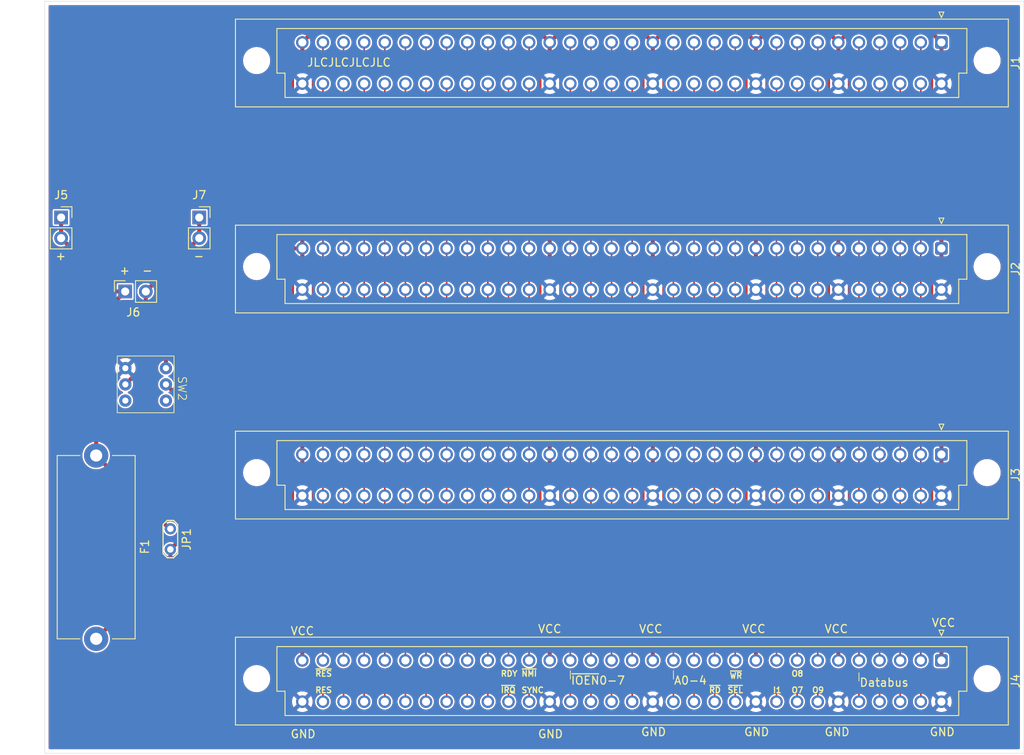
<source format=kicad_pcb>
(kicad_pcb (version 20241229) (generator "pcbnew") (generator_version "9.0")
  (layers (0 "F.Cu" signal) (2 "B.Cu" signal) (13 "F.Paste" user) (15 "B.Paste" user) (5 "F.SilkS" user "F.Silkscreen") (7 "B.SilkS" user "B.Silkscreen") (1 "F.Mask" user) (3 "B.Mask" user) (25 "Edge.Cuts" user))
  (net 0 "")
  (net 1 "VCC")
  (net 2 "GND")
  (net 3 "/RES")
  (net 4 "/~{RES}")
  (net 5 "/~{IOEN_03}")
  (net 6 "/~{IOEN_04}")
  (net 7 "/~{IOEN_05}")
  (net 8 "/~{IOEN_06}")
  (net 9 "/~{IOEN_07}")
  (net 10 "/~{IOEN_01}")
  (net 11 "/DB3")
  (net 12 "/DB6")
  (net 13 "/~{IO_WR}")
  (net 14 "/~{IO_RD}")
  (net 15 "/DB2")
  (net 16 "/~{IO_SEL_BUS}")
  (net 17 "/~{IRQ}")
  (net 18 "/DB4")
  (net 19 "/SYNC")
  (net 20 "/PLD_O7")
  (net 21 "/DB7")
  (net 22 "/AB0")
  (net 23 "/AB3")
  (net 24 "/AB2")
  (net 25 "/~{NMI}")
  (net 26 "/DB1")
  (net 27 "/AB4")
  (net 28 "/PLD_O8")
  (net 29 "/AB1")
  (net 30 "/PLD_I1")
  (net 31 "/RDY")
  (net 32 "/DB0")
  (net 33 "/PLD_O9")
  (net 34 "/DB5")
  (net 35 "/C29")
  (net 36 "/A27")
  (net 37 "/A26")
  (net 38 "/A29")
  (net 39 "/A30")
  (net 40 "/A24")
  (net 41 "/C23")
  (net 42 "/C30")
  (net 43 "/C28")
  (net 44 "/C26")
  (net 45 "/C27")
  (net 46 "/C25")
  (net 47 "/C24")
  (net 48 "/A28")
  (net 49 "/A23")
  (net 50 "/A25")
  (net 51 "/~{IOEN_00_GPIO0}")
  (net 52 "/~{IOEN_02_UART}")
  (net 53 "/CLOCK")
  (net 54 "/A9")
  (net 55 "/GND_IN")
  (net 56 "/VCC_IN")
  (net 59 "Net-(JP1-B)")
  (footprint "Connector_PinSocket_2.54mm:PinSocket_1x02_P2.54mm_Vertical" (layer "F.Cu") (at 32.786 49.759 90)
    (property "Reference" "J6")
    (property "Value" "Conn_01x02_Socket")
  )
  (footprint "Connector_PinSocket_2.54mm:PinSocket_1x02_P2.54mm_Vertical" (layer "F.Cu") (at 24.892 40.64)
    (property "Reference" "J5")
    (property "Value" "Conn_01x02_Socket")
  )
  (footprint "sim82:7x7DPDT" (layer "F.Cu") (at 35.306 61.214 -90)
    (property "Reference" "SW2")
    (property "Value" "SW_PWR" (hide yes))
  )
  (footprint "Fuse:Fuseholder_Cylinder-5x20mm_Stelvio-Kontek_PTF78_Horizontal_Open" (layer "F.Cu") (at 29.21 69.98 -90)
    (property "Reference" "F1")
    (property "Value" "Fuse")
  )
  (footprint "Connector_PinSocket_2.54mm:PinSocket_1x02_P2.54mm_Vertical" (layer "F.Cu") (at 41.91 40.64)
    (property "Reference" "J7")
    (property "Value" "Conn_01x02_Socket")
  )
  (footprint "Connector_DIN:DIN41612_C_2x32_Female_Vertical_THT" (layer "F.Cu") (at 133.35 95.25 -90)
    (property "Reference" "J4")
    (property "Value" "DIN41612_02x32_AC")
  )
  (footprint "TestPoint:TestPoint_2Pads_Pitch2.54mm_Drill0.8mm" (layer "F.Cu") (at 38.354 79.014 -90)
    (property "Reference" "JP1")
    (property "Value" "Jumper_2_Open")
  )
  (footprint "Connector_DIN:DIN41612_C_2x32_Female_Vertical_THT" (layer "F.Cu") (at 133.35 44.45 -90)
    (property "Reference" "J2")
    (property "Value" "DIN41612_02x32_AC")
  )
  (footprint "Connector_DIN:DIN41612_C_2x32_Female_Vertical_THT" (layer "F.Cu") (at 133.35 69.85 -90)
    (property "Reference" "J3")
    (property "Value" "DIN41612_02x32_AC")
  )
  (footprint "Connector_DIN:DIN41612_C_2x32_Female_Vertical_THT" (layer "F.Cu") (at 133.35 19.05 -90)
    (property "Reference" "J1")
    (property "Value" "DIN41612_02x32_AC")
  )
  (gr_line (start 87.63 96.52) (end 87.63 97.536) (stroke (width 0.1)) (layer "F.SilkS"))
  (gr_line (start 100.33 96.52) (end 100.33 97.536) (stroke (width 0.1)) (layer "F.SilkS"))
  (gr_line (start 123.19 96.774) (end 123.19 97.79) (stroke (width 0.1)) (layer "F.SilkS"))
  (gr_rect (start 22.86 13.97) (end 143.51 106.68) (stroke (width 0.05)) (fill no) (layer "Edge.Cuts"))
  (gr_text "+" (at 24.13 45.974 0) (layer "F.SilkS") (effects (font (size 1 1)) (justify left bottom)))
  (gr_text "VCC" (at 53.086 92.202 0) (layer "F.SilkS") (effects (font (size 1 1)) (justify left bottom)))
  (gr_text "GND" (at 108.966 104.648 0) (layer "F.SilkS") (effects (font (size 1 1)) (justify left bottom)))
  (gr_text "~{IOEN}0-7" (at 87.63 98.298 0) (layer "F.SilkS") (effects (font (size 1 1)) (justify left bottom)))
  (gr_text "VCC" (at 118.872 91.948 0) (layer "F.SilkS") (effects (font (size 1 1)) (justify left bottom)))
  (gr_text "RES" (at 56.134 99.314 0) (layer "F.SilkS") (effects (font (size 0.7 0.7)) (justify left bottom)))
  (gr_text "JLCJLCJLCJLC" (at 55.118 22.098 0) (layer "F.SilkS") (effects (font (size 1 1)) (justify left bottom)))
  (gr_text "I1" (at 112.522 99.314 0) (layer "F.SilkS") (effects (font (size 0.7 0.7)) (justify left bottom)))
  (gr_text "VCC" (at 132.08 91.186 0) (layer "F.SilkS") (effects (font (size 1 1)) (justify left bottom)))
  (gr_text "GND" (at 53.086 104.902 0) (layer "F.SilkS") (effects (font (size 1 1)) (justify left bottom)))
  (gr_text "~{RES}" (at 56.134 97.282 0) (layer "F.SilkS") (effects (font (size 0.7 0.7)) (justify left bottom)))
  (gr_text "Databus" (at 123.19 98.552 0) (layer "F.SilkS") (effects (font (size 1 1)) (justify left bottom)))
  (gr_text "SYNC" (at 81.534 99.314 0) (layer "F.SilkS") (effects (font (size 0.7 0.7)) (justify left bottom)))
  (gr_text "VCC" (at 108.712 91.948 0) (layer "F.SilkS") (effects (font (size 1 1)) (justify left bottom)))
  (gr_text "~{RD}" (at 104.648 99.314 0) (layer "F.SilkS") (effects (font (size 0.7 0.7)) (justify left bottom)))
  (gr_text "~{NMI}" (at 81.534 97.282 0) (layer "F.SilkS") (effects (font (size 0.7 0.7)) (justify left bottom)))
  (gr_text "RDY" (at 78.994 97.282 0) (layer "F.SilkS") (effects (font (size 0.7 0.7)) (justify left bottom)))
  (gr_text "-" (at 41.148 45.974 0) (layer "F.SilkS") (effects (font (size 1 1)) (justify left bottom)))
  (gr_text "O9" (at 117.348 99.314 0) (layer "F.SilkS") (effects (font (size 0.7 0.7)) (justify left bottom)))
  (gr_text "~{WR}" (at 107.188 97.536 0) (layer "F.SilkS") (effects (font (size 0.7 0.7)) (justify left bottom)))
  (gr_text "VCC" (at 83.566 91.948 0) (layer "F.SilkS") (effects (font (size 1 1)) (justify left bottom)))
  (gr_text "VCC" (at 96.012 91.948 0) (layer "F.SilkS") (effects (font (size 1 1)) (justify left bottom)))
  (gr_text "A0-4" (at 100.33 98.298 0) (layer "F.SilkS") (effects (font (size 1 1)) (justify left bottom)))
  (gr_text "+" (at 32.004 47.752 0) (layer "F.SilkS") (effects (font (size 1 1)) (justify left bottom)))
  (gr_text "~{SEL}" (at 106.934 99.314 0) (layer "F.SilkS") (effects (font (size 0.7 0.7)) (justify left bottom)))
  (gr_text "GND" (at 96.266 104.648 0) (layer "F.SilkS") (effects (font (size 1 1)) (justify left bottom)))
  (gr_text "O7" (at 114.808 99.314 0) (layer "F.SilkS") (effects (font (size 0.7 0.7)) (justify left bottom)))
  (gr_text "GND" (at 118.872 104.648 0) (layer "F.SilkS") (effects (font (size 1 1)) (justify left bottom)))
  (gr_text "-" (at 34.798 47.752 0) (layer "F.SilkS") (effects (font (size 1 1)) (justify left bottom)))
  (gr_text "GND" (at 83.566 104.902 0) (layer "F.SilkS") (effects (font (size 1 1)) (justify left bottom)))
  (gr_text "~{IRQ}" (at 78.994 99.314 0) (layer "F.SilkS") (effects (font (size 0.7 0.7)) (justify left bottom)))
  (gr_text "O8" (at 114.808 97.282 0) (layer "F.SilkS") (effects (font (size 0.7 0.7)) (justify left bottom)))
  (gr_text "GND" (at 131.826 104.648 0) (layer "F.SilkS") (effects (font (size 1 1)) (justify left bottom)))
  (segment (start 108.458 17.018) (end 110.49 19.05) (width 0.5) (layer "F.Cu") (net 1))
  (segment (start 87.122 17.018) (end 95.758 17.018) (width 0.5) (layer "F.Cu") (net 1))
  (segment (start 131.318 17.018) (end 133.35 19.05) (width 0.5) (layer "F.Cu") (net 1))
  (segment (start 96.52 47.625) (end 96.52 66.9925) (width 0.5) (layer "F.Cu") (net 1))
  (segment (start 54.61 69.85) (end 54.61 71.755) (width 0.5) (layer "F.Cu") (net 1))
  (segment (start 120.65 93.6625) (end 120.65 95.25) (width 0.5) (layer "F.Cu") (net 1))
  (segment (start 132.08 73.025) (end 132.08 92.3925) (width 0.5) (layer "F.Cu") (net 1))
  (segment (start 85.09 42.8625) (end 85.09 44.45) (width 0.5) (layer "F.Cu") (net 1))
  (segment (start 120.65 68.2625) (end 120.65 69.85) (width 0.5) (layer "F.Cu") (net 1))
  (segment (start 83.82 22.225) (end 83.82 41.5925) (width 0.5) (layer "F.Cu") (net 1))
  (segment (start 85.09 46.355) (end 83.82 47.625) (width 0.5) (layer "F.Cu") (net 1))
  (segment (start 133.35 68.2625) (end 133.35 69.85) (width 0.5) (layer "F.Cu") (net 1))
  (segment (start 96.52 92.3925) (end 97.79 93.6625) (width 0.5) (layer "F.Cu") (net 1))
  (segment (start 120.65 46.355) (end 119.38 47.625) (width 0.5) (layer "F.Cu") (net 1))
  (segment (start 99.822 17.018) (end 108.458 17.018) (width 0.5) (layer "F.Cu") (net 1))
  (segment (start 110.49 71.755) (end 109.22 73.025) (width 0.5) (layer "F.Cu") (net 1))
  (segment (start 132.08 22.225) (end 132.08 41.5925) (width 0.5) (layer "F.Cu") (net 1))
  (segment (start 112.522 17.018) (end 118.618 17.018) (width 0.5) (layer "F.Cu") (net 1))
  (segment (start 110.49 20.955) (end 109.22 22.225) (width 0.5) (layer "F.Cu") (net 1))
  (segment (start 109.22 41.5925) (end 110.49 42.8625) (width 0.5) (layer "F.Cu") (net 1))
  (segment (start 85.09 44.45) (end 85.09 46.355) (width 0.5) (layer "F.Cu") (net 1))
  (segment (start 37.806 54.142) (end 47.498 44.45) (width 0.5) (layer "F.Cu") (net 1))
  (segment (start 97.79 93.6625) (end 97.79 95.25) (width 0.5) (layer "F.Cu") (net 1))
  (segment (start 54.61 44.45) (end 54.61 46.355) (width 0.5) (layer "F.Cu") (net 1))
  (segment (start 95.758 17.018) (end 97.79 19.05) (width 0.5) (layer "F.Cu") (net 1))
  (segment (start 133.35 20.955) (end 132.08 22.225) (width 0.5) (layer "F.Cu") (net 1))
  (segment (start 119.38 92.3925) (end 120.65 93.6625) (width 0.5) (layer "F.Cu") (net 1))
  (segment (start 110.49 42.8625) (end 110.49 44.45) (width 0.5) (layer "F.Cu") (net 1))
  (segment (start 110.49 46.355) (end 109.22 47.625) (width 0.5) (layer "F.Cu") (net 1))
  (segment (start 109.22 47.625) (end 109.22 66.9925) (width 0.5) (layer "F.Cu") (net 1))
  (segment (start 132.08 47.625) (end 132.08 66.9925) (width 0.5) (layer "F.Cu") (net 1))
  (segment (start 133.35 42.8625) (end 133.35 44.45) (width 0.5) (layer "F.Cu") (net 1))
  (segment (start 133.35 46.355) (end 132.08 47.625) (width 0.5) (layer "F.Cu") (net 1))
  (segment (start 133.35 71.755) (end 132.08 73.025) (width 0.5) (layer "F.Cu") (net 1))
  (segment (start 110.49 19.05) (end 112.522 17.018) (width 0.5) (layer "F.Cu") (net 1))
  (segment (start 83.82 73.025) (end 83.82 92.3925) (width 0.5) (layer "F.Cu") (net 1))
  (segment (start 54.61 42.8625) (end 54.61 44.45) (width 0.5) (layer "F.Cu") (net 1))
  (segment (start 85.09 71.755) (end 83.82 73.025) (width 0.5) (layer "F.Cu") (net 1))
  (segment (start 54.61 19.05) (end 54.61 20.955) (width 0.5) (layer "F.Cu") (net 1))
  (segment (start 53.34 92.3925) (end 54.61 93.6625) (width 0.5) (layer "F.Cu") (net 1))
  (segment (start 97.79 19.05) (end 97.79 20.955) (width 0.5) (layer "F.Cu") (net 1))
  (segment (start 119.38 41.5925) (end 120.65 42.8625) (width 0.5) (layer "F.Cu") (net 1))
  (segment (start 54.61 93.6625) (end 54.61 95.25) (width 0.5) (layer "F.Cu") (net 1))
  (segment (start 97.79 68.2625) (end 97.79 69.85) (width 0.5) (layer "F.Cu") (net 1))
  (segment (start 132.08 66.9925) (end 133.35 68.2625) (width 0.5) (layer "F.Cu") (net 1))
  (segment (start 120.65 19.05) (end 120.65 20.955) (width 0.5) (layer "F.Cu") (net 1))
  (segment (start 96.52 22.225) (end 96.52 41.5925) (width 0.5) (layer "F.Cu") (net 1))
  (segment (start 132.08 92.3925) (end 133.35 93.6625) (width 0.5) (layer "F.Cu") (net 1))
  (segment (start 97.79 20.955) (end 96.52 22.225) (width 0.5) (layer "F.Cu") (net 1))
  (segment (start 96.52 73.025) (end 96.52 92.3925) (width 0.5) (layer "F.Cu") (net 1))
  (segment (start 96.52 41.5925) (end 97.79 42.8625) (width 0.5) (layer "F.Cu") (net 1))
  (segment (start 53.34 22.225) (end 53.34 41.5925) (width 0.5) (layer "F.Cu") (net 1))
  (segment (start 83.82 92.3925) (end 85.09 93.6625) (width 0.5) (layer "F.Cu") (net 1))
  (segment (start 119.38 47.625) (end 119.38 66.9925) (width 0.5) (layer "F.Cu") (net 1))
  (segment (start 120.65 20.955) (end 119.38 22.225) (width 0.5) (layer "F.Cu") (net 1))
  (segment (start 109.22 73.025) (end 109.22 92.3925) (width 0.5) (layer "F.Cu") (net 1))
  (segment (start 133.35 93.6625) (end 133.35 95.25) (width 0.5) (layer "F.Cu") (net 1))
  (segment (start 97.79 19.05) (end 99.822 17.018) (width 0.5) (layer "F.Cu") (net 1))
  (segment (start 110.49 93.6625) (end 110.49 95.25) (width 0.5) (layer "F.Cu") (net 1))
  (segment (start 54.61 46.355) (end 53.34 47.625) (width 0.5) (layer "F.Cu") (net 1))
  (segment (start 133.35 44.45) (end 133.35 46.355) (width 0.5) (layer "F.Cu") (net 1))
  (segment (start 54.61 19.05) (end 56.642 17.018) (width 0.5) (layer "F.Cu") (net 1))
  (segment (start 54.61 71.755) (end 53.34 73.025) (width 0.5) (layer "F.Cu") (net 1))
  (segment (start 97.79 71.755) (end 96.52 73.025) (width 0.5) (layer "F.Cu") (net 1))
  (segment (start 97.79 69.85) (end 97.79 71.755) (width 0.5) (layer "F.Cu") (net 1))
  (segment (start 83.82 66.9925) (end 85.09 68.2625) (width 0.5) (layer "F.Cu") (net 1))
  (segment (start 122.682 17.018) (end 131.318 17.018) (width 0.5) (layer "F.Cu") (net 1))
  (segment (start 56.642 17.018) (end 83.058 17.018) (width 0.5) (layer "F.Cu") (net 1))
  (segment (start 47.498 44.45) (end 54.61 44.45) (width 0.5) (layer "F.Cu") (net 1))
  (segment (start 119.38 66.9925) (end 120.65 68.2625) (width 0.5) (layer "F.Cu") (net 1))
  (segment (start 83.82 41.5925) (end 85.09 42.8625) (width 0.5) (layer "F.Cu") (net 1))
  (segment (start 120.65 71.755) (end 119.38 73.025) (width 0.5) (layer "F.Cu") (net 1))
  (segment (start 110.49 68.2625) (end 110.49 69.85) (width 0.5) (layer "F.Cu") (net 1))
  (segment (start 132.08 41.5925) (end 133.35 42.8625) (width 0.5) (layer "F.Cu") (net 1))
  (segment (start 83.058 17.018) (end 85.09 19.05) (width 0.5) (layer "F.Cu") (net 1))
  (segment (start 97.79 44.45) (end 97.79 46.355) (width 0.5) (layer "F.Cu") (net 1))
  (segment (start 109.22 92.3925) (end 110.49 93.6625) (width 0.5) (layer "F.Cu") (net 1))
  (segment (start 53.34 66.9925) (end 54.61 68.2625) (width 0.5) (layer "F.Cu") (net 1))
  (segment (start 110.49 44.45) (end 110.49 46.355) (width 0.5) (layer "F.Cu") (net 1))
  (segment (start 118.618 17.018) (end 120.65 19.05) (width 0.5) (layer "F.Cu") (net 1))
  (segment (start 109.22 22.225) (end 109.22 41.5925) (width 0.5) (layer "F.Cu") (net 1))
  (segment (start 85.09 69.85) (end 85.09 71.755) (width 0.5) (layer "F.Cu") (net 1))
  (segment (start 96.52 66.9925) (end 97.79 68.2625) (width 0.5) (layer "F.Cu") (net 1))
  (segment (start 85.09 20.955) (end 83.82 22.225) (width 0.5) (layer "F.Cu") (net 1))
  (segment (start 54.61 20.955) (end 53.34 22.225) (width 0.5) (layer "F.Cu") (net 1))
  (segment (start 119.38 22.225) (end 119.38 41.5925) (width 0.5) (layer "F.Cu") (net 1))
  (segment (start 53.34 47.625) (end 53.34 66.9925) (width 0.5) (layer "F.Cu") (net 1))
  (segment (start 37.806 59.214) (end 37.806 54.142) (width 0.5) (layer "F.Cu") (net 1))
  (segment (start 85.09 93.6625) (end 85.09 95.25) (width 0.5) (layer "F.Cu") (net 1))
  (segment (start 133.35 19.05) (end 133.35 20.955) (width 0.5) (layer "F.Cu") (net 1))
  (segment (start 97.79 46.355) (end 96.52 47.625) (width 0.5) (layer "F.Cu") (net 1))
  (segment (start 120.65 42.8625) (end 120.65 44.45) (width 0.5) (layer "F.Cu") (net 1))
  (segment (start 53.34 41.5925) (end 54.61 42.8625) (width 0.5) (layer "F.Cu") (net 1))
  (segment (start 97.79 42.8625) (end 97.79 44.45) (width 0.5) (layer "F.Cu") (net 1))
  (segment (start 85.09 19.05) (end 85.09 20.955) (width 0.5) (layer "F.Cu") (net 1))
  (segment (start 119.38 73.025) (end 119.38 92.3925) (width 0.5) (layer "F.Cu") (net 1))
  (segment (start 110.49 69.85) (end 110.49 71.755) (width 0.5) (layer "F.Cu") (net 1))
  (segment (start 120.65 19.05) (end 122.682 17.018) (width 0.5) (layer "F.Cu") (net 1))
  (segment (start 85.09 19.05) (end 87.122 17.018) (width 0.5) (layer "F.Cu") (net 1))
  (segment (start 120.65 44.45) (end 120.65 46.355) (width 0.5) (layer "F.Cu") (net 1))
  (segment (start 110.49 19.05) (end 110.49 20.955) (width 0.5) (layer "F.Cu") (net 1))
  (segment (start 120.65 69.85) (end 120.65 71.755) (width 0.5) (layer "F.Cu") (net 1))
  (segment (start 53.34 73.025) (end 53.34 92.3925) (width 0.5) (layer "F.Cu") (net 1))
  (segment (start 85.09 68.2625) (end 85.09 69.85) (width 0.5) (layer "F.Cu") (net 1))
  (segment (start 133.35 69.85) (end 133.35 71.755) (width 0.5) (layer "F.Cu") (net 1))
  (segment (start 109.22 66.9925) (end 110.49 68.2625) (width 0.5) (layer "F.Cu") (net 1))
  (segment (start 83.82 47.625) (end 83.82 66.9925) (width 0.5) (layer "F.Cu") (net 1))
  (segment (start 54.61 68.2625) (end 54.61 69.85) (width 0.5) (layer "F.Cu") (net 1))
  (segment (start 57.15 98.425) (end 57.15 100.33) (width 0.2) (layer "F.Cu") (net 3))
  (segment (start 58.42 42.545) (end 58.42 46.355) (width 0.2) (layer "F.Cu") (net 3))
  (segment (start 58.42 67.945) (end 58.42 71.755) (width 0.2) (layer "F.Cu") (net 3))
  (segment (start 57.15 66.675) (end 58.42 67.945) (width 0.2) (layer "F.Cu") (net 3))
  (segment (start 57.15 47.625) (end 57.15 49.53) (width 0.2) (layer "F.Cu") (net 3))
  (segment (start 58.42 71.755) (end 57.15 73.025) (width 0.2) (layer "F.Cu") (net 3))
  (segment (start 57.15 41.275) (end 58.42 42.545) (width 0.2) (layer "F.Cu") (net 3))
  (segment (start 57.15 49.53) (end 57.15 66.675) (width 0.2) (layer "F.Cu") (net 3))
  (segment (start 57.15 24.13) (end 57.15 41.275) (width 0.2) (layer "F.Cu") (net 3))
  (segment (start 58.42 93.345) (end 58.42 97.155) (width 0.2) (layer "F.Cu") (net 3))
  (segment (start 58.42 97.155) (end 57.15 98.425) (width 0.2) (layer "F.Cu") (net 3))
  (segment (start 57.15 92.075) (end 58.42 93.345) (width 0.2) (layer "F.Cu") (net 3))
  (segment (start 57.15 74.93) (end 57.15 92.075) (width 0.2) (layer "F.Cu") (net 3))
  (segment (start 58.42 46.355) (end 57.15 47.625) (width 0.2) (layer "F.Cu") (net 3))
  (segment (start 57.15 73.025) (end 57.15 74.93) (width 0.2) (layer "F.Cu") (net 3))
  (segment (start 55.88 73.025) (end 55.88 92.3925) (width 0.2) (layer "F.Cu") (net 4))
  (segment (start 57.15 68.2625) (end 57.15 69.85) (width 0.2) (layer "F.Cu") (net 4))
  (segment (start 57.15 69.85) (end 57.15 71.755) (width 0.2) (layer "F.Cu") (net 4))
  (segment (start 57.15 93.6625) (end 57.15 95.25) (width 0.2) (layer "F.Cu") (net 4))
  (segment (start 55.88 22.225) (end 55.88 41.5925) (width 0.2) (layer "F.Cu") (net 4))
  (segment (start 55.88 92.3925) (end 57.15 93.6625) (width 0.2) (layer "F.Cu") (net 4))
  (segment (start 57.15 42.8625) (end 57.15 44.45) (width 0.2) (layer "F.Cu") (net 4))
  (segment (start 57.15 71.755) (end 55.88 73.025) (width 0.2) (layer "F.Cu") (net 4))
  (segment (start 57.15 44.45) (end 57.15 46.355) (width 0.2) (layer "F.Cu") (net 4))
  (segment (start 55.88 41.5925) (end 57.15 42.8625) (width 0.2) (layer "F.Cu") (net 4))
  (segment (start 55.88 47.625) (end 55.88 66.9925) (width 0.2) (layer "F.Cu") (net 4))
  (segment (start 57.15 20.955) (end 55.88 22.225) (width 0.2) (layer "F.Cu") (net 4))
  (segment (start 57.15 19.05) (end 57.15 20.955) (width 0.2) (layer "F.Cu") (net 4))
  (segment (start 55.88 66.9925) (end 57.15 68.2625) (width 0.2) (layer "F.Cu") (net 4))
  (segment (start 57.15 46.355) (end 55.88 47.625) (width 0.2) (layer "F.Cu") (net 4))
  (segment (start 90.17 98.425) (end 90.17 100.33) (width 0.2) (layer "F.Cu") (net 5))
  (segment (start 90.17 73.025) (end 90.17 74.93) (width 0.2) (layer "F.Cu") (net 5))
  (segment (start 90.17 24.13) (end 90.17 41.275) (width 0.2) (layer "F.Cu") (net 5))
  (segment (start 90.17 92.075) (end 91.44 93.345) (width 0.2) (layer "F.Cu") (net 5))
  (segment (start 90.17 47.625) (end 90.17 49.53) (width 0.2) (layer "F.Cu") (net 5))
  (segment (start 90.17 66.675) (end 91.44 67.945) (width 0.2) (layer "F.Cu") (net 5))
  (segment (start 91.44 93.345) (end 91.44 97.155) (width 0.2) (layer "F.Cu") (net 5))
  (segment (start 91.44 67.945) (end 91.44 71.755) (width 0.2) (layer "F.Cu") (net 5))
  (segment (start 91.44 71.755) (end 90.17 73.025) (width 0.2) (layer "F.Cu") (net 5))
  (segment (start 91.44 42.545) (end 91.44 46.355) (width 0.2) (layer "F.Cu") (net 5))
  (segment (start 90.17 74.93) (end 90.17 92.075) (width 0.2) (layer "F.Cu") (net 5))
  (segment (start 90.17 49.53) (end 90.17 66.675) (width 0.2) (layer "F.Cu") (net 5))
  (segment (start 91.44 46.355) (end 90.17 47.625) (width 0.2) (layer "F.Cu") (net 5))
  (segment (start 90.17 41.275) (end 91.44 42.545) (width 0.2) (layer "F.Cu") (net 5))
  (segment (start 91.44 97.155) (end 90.17 98.425) (width 0.2) (layer "F.Cu") (net 5))
  (segment (start 92.71 44.45) (end 92.71 46.355) (width 0.2) (layer "F.Cu") (net 6))
  (segment (start 91.44 22.225) (end 91.44 41.5925) (width 0.2) (layer "F.Cu") (net 6))
  (segment (start 92.71 71.755) (end 91.44 73.025) (width 0.2) (layer "F.Cu") (net 6))
  (segment (start 92.71 20.955) (end 91.44 22.225) (width 0.2) (layer "F.Cu") (net 6))
  (segment (start 91.44 41.5925) (end 92.71 42.8625) (width 0.2) (layer "F.Cu") (net 6))
  (segment (start 91.44 47.625) (end 91.44 66.9925) (width 0.2) (layer "F.Cu") (net 6))
  (segment (start 92.71 68.2625) (end 92.71 69.85) (width 0.2) (layer "F.Cu") (net 6))
  (segment (start 92.71 42.8625) (end 92.71 44.45) (width 0.2) (layer "F.Cu") (net 6))
  (segment (start 91.44 66.9925) (end 92.71 68.2625) (width 0.2) (layer "F.Cu") (net 6))
  (segment (start 92.71 19.05) (end 92.71 20.955) (width 0.2) (layer "F.Cu") (net 6))
  (segment (start 92.71 69.85) (end 92.71 71.755) (width 0.2) (layer "F.Cu") (net 6))
  (segment (start 92.71 93.6625) (end 92.71 95.25) (width 0.2) (layer "F.Cu") (net 6))
  (segment (start 92.71 46.355) (end 91.44 47.625) (width 0.2) (layer "F.Cu") (net 6))
  (segment (start 91.44 92.3925) (end 92.71 93.6625) (width 0.2) (layer "F.Cu") (net 6))
  (segment (start 91.44 73.025) (end 91.44 92.3925) (width 0.2) (layer "F.Cu") (net 6))
  (segment (start 93.98 42.545) (end 93.98 46.355) (width 0.2) (layer "F.Cu") (net 7))
  (segment (start 92.71 41.275) (end 93.98 42.545) (width 0.2) (layer "F.Cu") (net 7))
  (segment (start 93.98 97.155) (end 92.71 98.425) (width 0.2) (layer "F.Cu") (net 7))
  (segment (start 93.98 67.945) (end 93.98 71.755) (width 0.2) (layer "F.Cu") (net 7))
  (segment (start 92.71 73.025) (end 92.71 74.93) (width 0.2) (layer "F.Cu") (net 7))
  (segment (start 93.98 46.355) (end 92.71 47.625) (width 0.2) (layer "F.Cu") (net 7))
  (segment (start 93.98 71.755) (end 92.71 73.025) (width 0.2) (layer "F.Cu") (net 7))
  (segment (start 92.71 66.675) (end 93.98 67.945) (width 0.2) (layer "F.Cu") (net 7))
  (segment (start 92.71 74.93) (end 92.71 92.075) (width 0.2) (layer "F.Cu") (net 7))
  (segment (start 92.71 47.625) (end 92.71 49.53) (width 0.2) (layer "F.Cu") (net 7))
  (segment (start 93.98 93.345) (end 93.98 97.155) (width 0.2) (layer "F.Cu") (net 7))
  (segment (start 92.71 98.425) (end 92.71 100.33) (width 0.2) (layer "F.Cu") (net 7))
  (segment (start 92.71 49.53) (end 92.71 66.675) (width 0.2) (layer "F.Cu") (net 7))
  (segment (start 92.71 92.075) (end 93.98 93.345) (width 0.2) (layer "F.Cu") (net 7))
  (segment (start 92.71 24.13) (end 92.71 41.275) (width 0.2) (layer "F.Cu") (net 7))
  (segment (start 95.25 20.955) (end 93.98 22.225) (width 0.2) (layer "F.Cu") (net 8))
  (segment (start 95.25 69.85) (end 95.25 71.755) (width 0.2) (layer "F.Cu") (net 8))
  (segment (start 95.25 46.355) (end 93.98 47.625) (width 0.2) (layer "F.Cu") (net 8))
  (segment (start 93.98 22.225) (end 93.98 41.5925) (width 0.2) (layer "F.Cu") (net 8))
  (segment (start 95.25 42.8625) (end 95.25 44.45) (width 0.2) (layer "F.Cu") (net 8))
  (segment (start 93.98 66.9925) (end 95.25 68.2625) (width 0.2) (layer "F.Cu") (net 8))
  (segment (start 95.25 44.45) (end 95.25 46.355) (width 0.2) (layer "F.Cu") (net 8))
  (segment (start 95.25 93.6625) (end 95.25 95.25) (width 0.2) (layer "F.Cu") (net 8))
  (segment (start 95.25 71.755) (end 93.98 73.025) (width 0.2) (layer "F.Cu") (net 8))
  (segment (start 93.98 73.025) (end 93.98 92.3925) (width 0.2) (layer "F.Cu") (net 8))
  (segment (start 95.25 19.05) (end 95.25 20.955) (width 0.2) (layer "F.Cu") (net 8))
  (segment (start 93.98 92.3925) (end 95.25 93.6625) (width 0.2) (layer "F.Cu") (net 8))
  (segment (start 93.98 41.5925) (end 95.25 42.8625) (width 0.2) (layer "F.Cu") (net 8))
  (segment (start 93.98 47.625) (end 93.98 66.9925) (width 0.2) (layer "F.Cu") (net 8))
  (segment (start 95.25 68.2625) (end 95.25 69.85) (width 0.2) (layer "F.Cu") (net 8))
  (segment (start 96.52 93.345) (end 96.52 97.155) (width 0.2) (layer "F.Cu") (net 9))
  (segment (start 95.25 24.13) (end 95.25 41.275) (width 0.2) (layer "F.Cu") (net 9))
  (segment (start 95.25 41.275) (end 96.52 42.545) (width 0.2) (layer "F.Cu") (net 9))
  (segment (start 95.25 49.53) (end 95.25 66.675) (width 0.2) (layer "F.Cu") (net 9))
  (segment (start 95.25 98.425) (end 95.25 100.33) (width 0.2) (layer "F.Cu") (net 9))
  (segment (start 96.52 46.355) (end 95.25 47.625) (width 0.2) (layer "F.Cu") (net 9))
  (segment (start 96.52 97.155) (end 95.25 98.425) (width 0.2) (layer "F.Cu") (net 9))
  (segment (start 95.25 73.025) (end 95.25 74.93) (width 0.2) (layer "F.Cu") (net 9))
  (segment (start 95.25 74.93) (end 95.25 92.075) (width 0.2) (layer "F.Cu") (net 9))
  (segment (start 96.52 67.945) (end 96.52 71.755) (width 0.2) (layer "F.Cu") (net 9))
  (segment (start 95.25 92.075) (end 96.52 93.345) (width 0.2) (layer "F.Cu") (net 9))
  (segment (start 96.52 42.545) (end 96.52 46.355) (width 0.2) (layer "F.Cu") (net 9))
  (segment (start 95.25 66.675) (end 96.52 67.945) (width 0.2) (layer "F.Cu") (net 9))
  (segment (start 96.52 71.755) (end 95.25 73.025) (width 0.2) (layer "F.Cu") (net 9))
  (segment (start 95.25 47.625) (end 95.25 49.53) (width 0.2) (layer "F.Cu") (net 9))
  (segment (start 88.9 97.155) (end 87.63 98.425) (width 0.2) (layer "F.Cu") (net 10))
  (segment (start 88.9 71.755) (end 87.63 73.025) (width 0.2) (layer "F.Cu") (net 10))
  (segment (start 88.9 67.945) (end 88.9 71.755) (width 0.2) (layer "F.Cu") (net 10))
  (segment (start 88.9 93.345) (end 88.9 97.155) (width 0.2) (layer "F.Cu") (net 10))
  (segment (start 87.63 73.025) (end 87.63 74.93) (width 0.2) (layer "F.Cu") (net 10))
  (segment (start 88.9 46.355) (end 87.63 47.625) (width 0.2) (layer "F.Cu") (net 10))
  (segment (start 87.63 49.53) (end 87.63 66.675) (width 0.2) (layer "F.Cu") (net 10))
  (segment (start 87.63 74.93) (end 87.63 92.075) (width 0.2) (layer "F.Cu") (net 10))
  (segment (start 87.63 98.425) (end 87.63 100.33) (width 0.2) (layer "F.Cu") (net 10))
  (segment (start 87.63 24.13) (end 87.63 41.275) (width 0.2) (layer "F.Cu") (net 10))
  (segment (start 88.9 42.545) (end 88.9 46.355) (width 0.2) (layer "F.Cu") (net 10))
  (segment (start 87.63 47.625) (end 87.63 49.53) (width 0.2) (layer "F.Cu") (net 10))
  (segment (start 87.63 41.275) (end 88.9 42.545) (width 0.2) (layer "F.Cu") (net 10))
  (segment (start 87.63 66.675) (end 88.9 67.945) (width 0.2) (layer "F.Cu") (net 10))
  (segment (start 87.63 92.075) (end 88.9 93.345) (width 0.2) (layer "F.Cu") (net 10))
  (segment (start 127 42.545) (end 127 46.355) (width 0.2) (layer "F.Cu") (net 11))
  (segment (start 125.73 92.075) (end 127 93.345) (width 0.2) (layer "F.Cu") (net 11))
  (segment (start 127 93.345) (end 127 97.155) (width 0.2) (layer "F.Cu") (net 11))
  (segment (start 127 97.155) (end 125.73 98.425) (width 0.2) (layer "F.Cu") (net 11))
  (segment (start 125.73 41.275) (end 127 42.545) (width 0.2) (layer "F.Cu") (net 11))
  (segment (start 125.73 49.53) (end 125.73 66.675) (width 0.2) (layer "F.Cu") (net 11))
  (segment (start 127 71.755) (end 125.73 73.025) (width 0.2) (layer "F.Cu") (net 11))
  (segment (start 125.73 47.625) (end 125.73 49.53) (width 0.2) (layer "F.Cu") (net 11))
  (segment (start 127 46.355) (end 125.73 47.625) (width 0.2) (layer "F.Cu") (net 11))
  (segment (start 125.73 98.425) (end 125.73 100.33) (width 0.2) (layer "F.Cu") (net 11))
  (segment (start 127 67.945) (end 127 71.755) (width 0.2) (layer "F.Cu") (net 11))
  (segment (start 125.73 24.13) (end 125.73 41.275) (width 0.2) (layer "F.Cu") (net 11))
  (segment (start 125.73 74.93) (end 125.73 92.075) (width 0.2) (layer "F.Cu") (net 11))
  (segment (start 125.73 73.025) (end 125.73 74.93) (width 0.2) (layer "F.Cu") (net 11))
  (segment (start 125.73 66.675) (end 127 67.945) (width 0.2) (layer "F.Cu") (net 11))
  (segment (start 130.81 68.2625) (end 130.81 69.85) (width 0.2) (layer "F.Cu") (net 12))
  (segment (start 129.54 41.5925) (end 130.81 42.8625) (width 0.2) (layer "F.Cu") (net 12))
  (segment (start 130.81 46.355) (end 129.54 47.625) (width 0.2) (layer "F.Cu") (net 12))
  (segment (start 129.54 22.225) (end 129.54 41.5925) (width 0.2) (layer "F.Cu") (net 12))
  (segment (start 129.54 47.625) (end 129.54 66.9925) (width 0.2) (layer "F.Cu") (net 12))
  (segment (start 129.54 66.9925) (end 130.81 68.2625) (width 0.2) (layer "F.Cu") (net 12))
  (segment (start 130.81 19.05) (end 130.81 20.955) (width 0.2) (layer "F.Cu") (net 12))
  (segment (start 129.54 92.3925) (end 130.81 93.6625) (width 0.2) (layer "F.Cu") (net 12))
  (segment (start 129.54 73.025) (end 129.54 92.3925) (width 0.2) (layer "F.Cu") (net 12))
  (segment (start 130.81 42.8625) (end 130.81 44.45) (width 0.2) (layer "F.Cu") (net 12))
  (segment (start 130.81 93.6625) (end 130.81 95.25) (width 0.2) (layer "F.Cu") (net 12))
  (segment (start 130.81 20.955) (end 129.54 22.225) (width 0.2) (layer "F.Cu") (net 12))
  (segment (start 130.81 71.755) (end 129.54 73.025) (width 0.2) (layer "F.Cu") (net 12))
  (segment (start 130.81 44.45) (end 130.81 46.355) (width 0.2) (layer "F.Cu") (net 12))
  (segment (start 130.81 69.85) (end 130.81 71.755) (width 0.2) (layer "F.Cu") (net 12))
  (segment (start 106.68 92.3925) (end 107.95 93.6625) (width 0.2) (layer "F.Cu") (net 13))
  (segment (start 107.95 20.955) (end 106.68 22.225) (width 0.2) (layer "F.Cu") (net 13))
  (segment (start 106.68 66.9925) (end 107.95 68.2625) (width 0.2) (layer "F.Cu") (net 13))
  (segment (start 106.68 41.5925) (end 107.95 42.8625) (width 0.2) (layer "F.Cu") (net 13))
  (segment (start 107.95 19.05) (end 107.95 20.955) (width 0.2) (layer "F.Cu") (net 13))
  (segment (start 106.68 22.225) (end 106.68 41.5925) (width 0.2) (layer "F.Cu") (net 13))
  (segment (start 107.95 69.85) (end 107.95 71.755) (width 0.2) (layer "F.Cu") (net 13))
  (segment (start 107.95 44.45) (end 107.95 46.355) (width 0.2) (layer "F.Cu") (net 13))
  (segment (start 107.95 46.355) (end 106.68 47.625) (width 0.2) (layer "F.Cu") (net 13))
  (segment (start 107.95 93.6625) (end 107.95 95.25) (width 0.2) (layer "F.Cu") (net 13))
  (segment (start 106.68 47.625) (end 106.68 66.9925) (width 0.2) (layer "F.Cu") (net 13))
  (segment (start 106.68 73.025) (end 106.68 92.3925) (width 0.2) (layer "F.Cu") (net 13))
  (segment (start 107.95 42.8625) (end 107.95 44.45) (width 0.2) (layer "F.Cu") (net 13))
  (segment (start 107.95 68.2625) (end 107.95 69.85) (width 0.2) (layer "F.Cu") (net 13))
  (segment (start 107.95 71.755) (end 106.68 73.025) (width 0.2) (layer "F.Cu") (net 13))
  (segment (start 105.41 24.13) (end 105.41 41.275) (width 0.2) (layer "F.Cu") (net 14))
  (segment (start 105.41 41.275) (end 106.68 42.545) (width 0.2) (layer "F.Cu") (net 14))
  (segment (start 105.41 74.93) (end 105.41 92.075) (width 0.2) (layer "F.Cu") (net 14))
  (segment (start 106.68 67.945) (end 106.68 71.755) (width 0.2) (layer "F.Cu") (net 14))
  (segment (start 105.41 47.625) (end 105.41 49.53) (width 0.2) (layer "F.Cu") (net 14))
  (segment (start 106.68 93.345) (end 106.68 97.155) (width 0.2) (layer "F.Cu") (net 14))
  (segment (start 105.41 49.53) (end 105.41 66.675) (width 0.2) (layer "F.Cu") (net 14))
  (segment (start 106.68 97.155) (end 105.41 98.425) (width 0.2) (layer "F.Cu") (net 14))
  (segment (start 105.41 98.425) (end 105.41 100.33) (width 0.2) (layer "F.Cu") (net 14))
  (segment (start 105.41 73.025) (end 105.41 74.93) (width 0.2) (layer "F.Cu") (net 14))
  (segment (start 106.68 46.355) (end 105.41 47.625) (width 0.2) (layer "F.Cu") (net 14))
  (segment (start 106.68 71.755) (end 105.41 73.025) (width 0.2) (layer "F.Cu") (net 14))
  (segment (start 106.68 42.545) (end 106.68 46.355) (width 0.2) (layer "F.Cu") (net 14))
  (segment (start 105.41 66.675) (end 106.68 67.945) (width 0.2) (layer "F.Cu") (net 14))
  (segment (start 105.41 92.075) (end 106.68 93.345) (width 0.2) (layer "F.Cu") (net 14))
  (segment (start 125.73 44.45) (end 125.73 46.355) (width 0.2) (layer "F.Cu") (net 15))
  (segment (start 125.73 68.2625) (end 125.73 69.85) (width 0.2) (layer "F.Cu") (net 15))
  (segment (start 125.73 71.755) (end 124.46 73.025) (width 0.2) (layer "F.Cu") (net 15))
  (segment (start 125.73 93.6625) (end 125.73 95.25) (width 0.2) (layer "F.Cu") (net 15))
  (segment (start 124.46 22.225) (end 124.46 41.5925) (width 0.2) (layer "F.Cu") (net 15))
  (segment (start 125.73 19.05) (end 125.73 20.955) (width 0.2) (layer "F.Cu") (net 15))
  (segment (start 125.73 46.355) (end 124.46 47.625) (width 0.2) (layer "F.Cu") (net 15))
  (segment (start 124.46 66.9925) (end 125.73 68.2625) (width 0.2) (layer "F.Cu") (net 15))
  (segment (start 125.73 42.8625) (end 125.73 44.45) (width 0.2) (layer "F.Cu") (net 15))
  (segment (start 124.46 92.3925) (end 125.73 93.6625) (width 0.2) (layer "F.Cu") (net 15))
  (segment (start 124.46 41.5925) (end 125.73 42.8625) (width 0.2) (layer "F.Cu") (net 15))
  (segment (start 124.46 47.625) (end 124.46 66.9925) (width 0.2) (layer "F.Cu") (net 15))
  (segment (start 125.73 69.85) (end 125.73 71.755) (width 0.2) (layer "F.Cu") (net 15))
  (segment (start 125.73 20.955) (end 124.46 22.225) (width 0.2) (layer "F.Cu") (net 15))
  (segment (start 124.46 73.025) (end 124.46 92.3925) (width 0.2) (layer "F.Cu") (net 15))
  (segment (start 107.95 41.275) (end 109.22 42.545) (width 0.2) (layer "F.Cu") (net 16))
  (segment (start 109.22 42.545) (end 109.22 46.355) (width 0.2) (layer "F.Cu") (net 16))
  (segment (start 107.95 49.53) (end 107.95 66.675) (width 0.2) (layer "F.Cu") (net 16))
  (segment (start 109.22 67.945) (end 109.22 71.755) (width 0.2) (layer "F.Cu") (net 16))
  (segment (start 109.22 97.155) (end 107.95 98.425) (width 0.2) (layer "F.Cu") (net 16))
  (segment (start 109.22 46.355) (end 107.95 47.625) (width 0.2) (layer "F.Cu") (net 16))
  (segment (start 107.95 92.075) (end 109.22 93.345) (width 0.2) (layer "F.Cu") (net 16))
  (segment (start 109.22 71.755) (end 107.95 73.025) (width 0.2) (layer "F.Cu") (net 16))
  (segment (start 107.95 66.675) (end 109.22 67.945) (width 0.2) (layer "F.Cu") (net 16))
  (segment (start 107.95 24.13) (end 107.95 41.275) (width 0.2) (layer "F.Cu") (net 16))
  (segment (start 107.95 98.425) (end 107.95 100.33) (width 0.2) (layer "F.Cu") (net 16))
  (segment (start 107.95 74.93) (end 107.95 92.075) (width 0.2) (layer "F.Cu") (net 16))
  (segment (start 107.95 47.625) (end 107.95 49.53) (width 0.2) (layer "F.Cu") (net 16))
  (segment (start 109.22 93.345) (end 109.22 97.155) (width 0.2) (layer "F.Cu") (net 16))
  (segment (start 107.95 73.025) (end 107.95 74.93) (width 0.2) (layer "F.Cu") (net 16))
  (segment (start 80.01 98.425) (end 80.01 100.33) (width 0.2) (layer "F.Cu") (net 17))
  (segment (start 81.28 46.355) (end 80.01 47.625) (width 0.2) (layer "F.Cu") (net 17))
  (segment (start 81.28 67.945) (end 81.28 71.755) (width 0.2) (layer "F.Cu") (net 17))
  (segment (start 80.01 49.53) (end 80.01 66.675) (width 0.2) (layer "F.Cu") (net 17))
  (segment (start 80.01 41.275) (end 81.28 42.545) (width 0.2) (layer "F.Cu") (net 17))
  (segment (start 81.28 93.345) (end 81.28 97.155) (width 0.2) (layer "F.Cu") (net 17))
  (segment (start 81.28 42.545) (end 81.28 46.355) (width 0.2) (layer "F.Cu") (net 17))
  (segment (start 80.01 92.075) (end 81.28 93.345) (width 0.2) (layer "F.Cu") (net 17))
  (segment (start 81.28 71.755) (end 80.01 73.025) (width 0.2) (layer "F.Cu") (net 17))
  (segment (start 80.01 66.675) (end 81.28 67.945) (width 0.2) (layer "F.Cu") (net 17))
  (segment (start 81.28 97.155) (end 80.01 98.425) (width 0.2) (layer "F.Cu") (net 17))
  (segment (start 80.01 47.625) (end 80.01 49.53) (width 0.2) (layer "F.Cu") (net 17))
  (segment (start 80.01 24.13) (end 80.01 41.275) (width 0.2) (layer "F.Cu") (net 17))
  (segment (start 80.01 73.025) (end 80.01 74.93) (width 0.2) (layer "F.Cu") (net 17))
  (segment (start 80.01 74.93) (end 80.01 92.075) (width 0.2) (layer "F.Cu") (net 17))
  (segment (start 127 41.5925) (end 128.27 42.8625) (width 0.2) (layer "F.Cu") (net 18))
  (segment (start 128.27 42.8625) (end 128.27 44.45) (width 0.2) (layer "F.Cu") (net 18))
  (segment (start 127 22.225) (end 127 41.5925) (width 0.2) (layer "F.Cu") (net 18))
  (segment (start 128.27 69.85) (end 128.27 71.755) (width 0.2) (layer "F.Cu") (net 18))
  (segment (start 128.27 71.755) (end 127 73.025) (width 0.2) (layer "F.Cu") (net 18))
  (segment (start 128.27 44.45) (end 128.27 46.355) (width 0.2) (layer "F.Cu") (net 18))
  (segment (start 128.27 20.955) (end 127 22.225) (width 0.2) (layer "F.Cu") (net 18))
  (segment (start 128.27 19.05) (end 128.27 20.955) (width 0.2) (layer "F.Cu") (net 18))
  (segment (start 128.27 93.6625) (end 128.27 95.25) (width 0.2) (layer "F.Cu") (net 18))
  (segment (start 127 47.625) (end 127 66.9925) (width 0.2) (layer "F.Cu") (net 18))
  (segment (start 128.27 46.355) (end 127 47.625) (width 0.2) (layer "F.Cu") (net 18))
  (segment (start 127 73.025) (end 127 92.3925) (width 0.2) (layer "F.Cu") (net 18))
  (segment (start 127 66.9925) (end 128.27 68.2625) (width 0.2) (layer "F.Cu") (net 18))
  (segment (start 128.27 68.2625) (end 128.27 69.85) (width 0.2) (layer "F.Cu") (net 18))
  (segment (start 127 92.3925) (end 128.27 93.6625) (width 0.2) (layer "F.Cu") (net 18))
  (segment (start 82.55 24.13) (end 82.55 41.275) (width 0.2) (layer "F.Cu") (net 19))
  (segment (start 82.55 92.075) (end 83.82 93.345) (width 0.2) (layer "F.Cu") (net 19))
  (segment (start 83.82 71.755) (end 82.55 73.025) (width 0.2) (layer "F.Cu") (net 19))
  (segment (start 82.55 74.93) (end 82.55 92.075) (width 0.2) (layer "F.Cu") (net 19))
  (segment (start 83.82 42.545) (end 83.82 46.355) (width 0.2) (layer "F.Cu") (net 19))
  (segment (start 82.55 66.675) (end 83.82 67.945) (width 0.2) (layer "F.Cu") (net 19))
  (segment (start 83.82 46.355) (end 82.55 47.625) (width 0.2) (layer "F.Cu") (net 19))
  (segment (start 82.55 73.025) (end 82.55 74.93) (width 0.2) (layer "F.Cu") (net 19))
  (segment (start 82.55 98.425) (end 82.55 100.33) (width 0.2) (layer "F.Cu") (net 19))
  (segment (start 83.82 93.345) (end 83.82 97.155) (width 0.2) (layer "F.Cu") (net 19))
  (segment (start 82.55 49.53) (end 82.55 66.675) (width 0.2) (layer "F.Cu") (net 19))
  (segment (start 83.82 97.155) (end 82.55 98.425) (width 0.2) (layer "F.Cu") (net 19))
  (segment (start 82.55 41.275) (end 83.82 42.545) (width 0.2) (layer "F.Cu") (net 19))
  (segment (start 82.55 47.625) (end 82.55 49.53) (width 0.2) (layer "F.Cu") (net 19))
  (segment (start 83.82 67.945) (end 83.82 71.755) (width 0.2) (layer "F.Cu") (net 19))
  (segment (start 115.57 24.13) (end 115.57 41.275) (width 0.2) (layer "F.Cu") (net 20))
  (segment (start 115.57 74.93) (end 115.57 92.075) (width 0.2) (layer "F.Cu") (net 20))
  (segment (start 116.84 97.155) (end 115.57 98.425) (width 0.2) (layer "F.Cu") (net 20))
  (segment (start 115.57 49.53) (end 115.57 66.675) (width 0.2) (layer "F.Cu") (net 20))
  (segment (start 115.57 73.025) (end 115.57 74.93) (width 0.2) (layer "F.Cu") (net 20))
  (segment (start 115.57 41.275) (end 116.84 42.545) (width 0.2) (layer "F.Cu") (net 20))
  (segment (start 115.57 47.625) (end 115.57 49.53) (width 0.2) (layer "F.Cu") (net 20))
  (segment (start 115.57 98.425) (end 115.57 100.33) (width 0.2) (layer "F.Cu") (net 20))
  (segment (start 116.84 93.345) (end 116.84 97.155) (width 0.2) (layer "F.Cu") (net 20))
  (segment (start 116.84 67.945) (end 116.84 71.755) (width 0.2) (layer "F.Cu") (net 20))
  (segment (start 115.57 92.075) (end 116.84 93.345) (width 0.2) (layer "F.Cu") (net 20))
  (segment (start 116.84 46.355) (end 115.57 47.625) (width 0.2) (layer "F.Cu") (net 20))
  (segment (start 116.84 42.545) (end 116.84 46.355) (width 0.2) (layer "F.Cu") (net 20))
  (segment (start 116.84 71.755) (end 115.57 73.025) (width 0.2) (layer "F.Cu") (net 20))
  (segment (start 115.57 66.675) (end 116.84 67.945) (width 0.2) (layer "F.Cu") (net 20))
  (segment (start 130.81 66.675) (end 132.08 67.945) (width 0.2) (layer "F.Cu") (net 21))
  (segment (start 130.81 73.025) (end 130.81 74.93) (width 0.2) (layer "F.Cu") (net 21))
  (segment (start 132.08 42.545) (end 132.08 46.355) (width 0.2) (layer "F.Cu") (net 21))
  (segment (start 132.08 46.355) (end 130.81 47.625) (width 0.2) (layer "F.Cu") (net 21))
  (segment (start 130.81 92.075) (end 132.08 93.345) (width 0.2) (layer "F.Cu") (net 21))
  (segment (start 132.08 71.755) (end 130.81 73.025) (width 0.2) (layer "F.Cu") (net 21))
  (segment (start 130.81 41.275) (end 132.08 42.545) (width 0.2) (layer "F.Cu") (net 21))
  (segment (start 132.08 67.945) (end 132.08 71.755) (width 0.2) (layer "F.Cu") (net 21))
  (segment (start 132.08 93.345) (end 132.08 97.155) (width 0.2) (layer "F.Cu") (net 21))
  (segment (start 130.81 49.53) (end 130.81 66.675) (width 0.2) (layer "F.Cu") (net 21))
  (segment (start 130.81 98.425) (end 130.81 100.33) (width 0.2) (layer "F.Cu") (net 21))
  (segment (start 132.08 97.155) (end 130.81 98.425) (width 0.2) (layer "F.Cu") (net 21))
  (segment (start 130.81 47.625) (end 130.81 49.53) (width 0.2) (layer "F.Cu") (net 21))
  (segment (start 130.81 24.13) (end 130.81 41.275) (width 0.2) (layer "F.Cu") (net 21))
  (segment (start 130.81 74.93) (end 130.81 92.075) (width 0.2) (layer "F.Cu") (net 21))
  (segment (start 99.06 22.225) (end 99.06 41.5925) (width 0.2) (layer "F.Cu") (net 22))
  (segment (start 99.06 41.5925) (end 100.33 42.8625) (width 0.2) (layer "F.Cu") (net 22))
  (segment (start 100.33 42.8625) (end 100.33 44.45) (width 0.2) (layer "F.Cu") (net 22))
  (segment (start 100.33 68.2625) (end 100.33 69.85) (width 0.2) (layer "F.Cu") (net 22))
  (segment (start 100.33 69.85) (end 100.33 71.755) (width 0.2) (layer "F.Cu") (net 22))
  (segment (start 100.33 93.6625) (end 100.33 95.25) (width 0.2) (layer "F.Cu") (net 22))
  (segment (start 100.33 20.955) (end 99.06 22.225) (width 0.2) (layer "F.Cu") (net 22))
  (segment (start 100.33 71.755) (end 99.06 73.025) (width 0.2) (layer "F.Cu") (net 22))
  (segment (start 99.06 47.625) (end 99.06 66.9925) (width 0.2) (layer "F.Cu") (net 22))
  (segment (start 99.06 66.9925) (end 100.33 68.2625) (width 0.2) (layer "F.Cu") (net 22))
  (segment (start 99.06 92.3925) (end 100.33 93.6625) (width 0.2) (layer "F.Cu") (net 22))
  (segment (start 100.33 44.45) (end 100.33 46.355) (width 0.2) (layer "F.Cu") (net 22))
  (segment (start 100.33 19.05) (end 100.33 20.955) (width 0.2) (layer "F.Cu") (net 22))
  (segment (start 99.06 73.025) (end 99.06 92.3925) (width 0.2) (layer "F.Cu") (net 22))
  (segment (start 100.33 46.355) (end 99.06 47.625) (width 0.2) (layer "F.Cu") (net 22))
  (segment (start 104.14 42.545) (end 104.14 46.355) (width 0.2) (layer "F.Cu") (net 23))
  (segment (start 102.87 66.675) (end 104.14 67.945) (width 0.2) (layer "F.Cu") (net 23))
  (segment (start 102.87 73.025) (end 102.87 74.93) (width 0.2) (layer "F.Cu") (net 23))
  (segment (start 104.14 67.945) (end 104.14 71.755) (width 0.2) (layer "F.Cu") (net 23))
  (segment (start 102.87 41.275) (end 104.14 42.545) (width 0.2) (layer "F.Cu") (net 23))
  (segment (start 102.87 47.625) (end 102.87 49.53) (width 0.2) (layer "F.Cu") (net 23))
  (segment (start 102.87 98.425) (end 102.87 100.33) (width 0.2) (layer "F.Cu") (net 23))
  (segment (start 102.87 24.13) (end 102.87 41.275) (width 0.2) (layer "F.Cu") (net 23))
  (segment (start 104.14 46.355) (end 102.87 47.625) (width 0.2) (layer "F.Cu") (net 23))
  (segment (start 104.14 71.755) (end 102.87 73.025) (width 0.2) (layer "F.Cu") (net 23))
  (segment (start 102.87 92.075) (end 104.14 93.345) (width 0.2) (layer "F.Cu") (net 23))
  (segment (start 102.87 74.93) (end 102.87 92.075) (width 0.2) (layer "F.Cu") (net 23))
  (segment (start 104.14 93.345) (end 104.14 97.155) (width 0.2) (layer "F.Cu") (net 23))
  (segment (start 102.87 49.53) (end 102.87 66.675) (width 0.2) (layer "F.Cu") (net 23))
  (segment (start 104.14 97.155) (end 102.87 98.425) (width 0.2) (layer "F.Cu") (net 23))
  (segment (start 101.6 22.225) (end 101.6 41.5925) (width 0.2) (layer "F.Cu") (net 24))
  (segment (start 102.87 93.6625) (end 102.87 95.25) (width 0.2) (layer "F.Cu") (net 24))
  (segment (start 102.87 68.2625) (end 102.87 69.85) (width 0.2) (layer "F.Cu") (net 24))
  (segment (start 101.6 73.025) (end 101.6 92.3925) (width 0.2) (layer "F.Cu") (net 24))
  (segment (start 102.87 69.85) (end 102.87 71.755) (width 0.2) (layer "F.Cu") (net 24))
  (segment (start 102.87 20.955) (end 101.6 22.225) (width 0.2) (layer "F.Cu") (net 24))
  (segment (start 101.6 47.625) (end 101.6 66.9925) (width 0.2) (layer "F.Cu") (net 24))
  (segment (start 101.6 41.5925) (end 102.87 42.8625) (width 0.2) (layer "F.Cu") (net 24))
  (segment (start 101.6 66.9925) (end 102.87 68.2625) (width 0.2) (layer "F.Cu") (net 24))
  (segment (start 101.6 92.3925) (end 102.87 93.6625) (width 0.2) (layer "F.Cu") (net 24))
  (segment (start 102.87 42.8625) (end 102.87 44.45) (width 0.2) (layer "F.Cu") (net 24))
  (segment (start 102.87 71.755) (end 101.6 73.025) (width 0.2) (layer "F.Cu") (net 24))
  (segment (start 102.87 46.355) (end 101.6 47.625) (width 0.2) (layer "F.Cu") (net 24))
  (segment (start 102.87 44.45) (end 102.87 46.355) (width 0.2) (layer "F.Cu") (net 24))
  (segment (start 102.87 19.05) (end 102.87 20.955) (width 0.2) (layer "F.Cu") (net 24))
  (segment (start 82.55 69.85) (end 82.55 71.755) (width 0.2) (layer "F.Cu") (net 25))
  (segment (start 82.55 93.6625) (end 82.55 95.25) (width 0.2) (layer "F.Cu") (net 25))
  (segment (start 81.28 66.9925) (end 82.55 68.2625) (width 0.2) (layer "F.Cu") (net 25))
  (segment (start 82.55 20.955) (end 81.28 22.225) (width 0.2) (layer "F.Cu") (net 25))
  (segment (start 81.28 41.5925) (end 82.55 42.8625) (width 0.2) (layer "F.Cu") (net 25))
  (segment (start 82.55 42.8625) (end 82.55 44.45) (width 0.2) (layer "F.Cu") (net 25))
  (segment (start 82.55 44.45) (end 82.55 46.355) (width 0.2) (layer "F.Cu") (net 25))
  (segment (start 81.28 92.3925) (end 82.55 93.6625) (width 0.2) (layer "F.Cu") (net 25))
  (segment (start 82.55 68.2625) (end 82.55 69.85) (width 0.2) (layer "F.Cu") (net 25))
  (segment (start 82.55 19.05) (end 82.55 20.955) (width 0.2) (layer "F.Cu") (net 25))
  (segment (start 81.28 73.025) (end 81.28 92.3925) (width 0.2) (layer "F.Cu") (net 25))
  (segment (start 82.55 71.755) (end 81.28 73.025) (width 0.2) (layer "F.Cu") (net 25))
  (segment (start 81.28 47.625) (end 81.28 66.9925) (width 0.2) (layer "F.Cu") (net 25))
  (segment (start 82.55 46.355) (end 81.28 47.625) (width 0.2) (layer "F.Cu") (net 25))
  (segment (start 81.28 22.225) (end 81.28 41.5925) (width 0.2) (layer "F.Cu") (net 25))
  (segment (start 123.19 66.675) (end 124.46 67.945) (width 0.2) (layer "F.Cu") (net 26))
  (segment (start 123.19 92.075) (end 124.46 93.345) (width 0.2) (layer "F.Cu") (net 26))
  (segment (start 124.46 93.345) (end 124.46 97.155) (width 0.2) (layer "F.Cu") (net 26))
  (segment (start 124.46 46.355) (end 123.19 47.625) (width 0.2) (layer "F.Cu") (net 26))
  (segment (start 123.19 74.93) (end 123.19 92.075) (width 0.2) (layer "F.Cu") (net 26))
  (segment (start 123.19 73.025) (end 123.19 74.93) (width 0.2) (layer "F.Cu") (net 26))
  (segment (start 124.46 42.545) (end 124.46 46.355) (width 0.2) (layer "F.Cu") (net 26))
  (segment (start 123.19 47.625) (end 123.19 49.53) (width 0.2) (layer "F.Cu") (net 26))
  (segment (start 123.19 24.13) (end 123.19 41.275) (width 0.2) (layer "F.Cu") (net 26))
  (segment (start 123.19 41.275) (end 124.46 42.545) (width 0.2) (layer "F.Cu") (net 26))
  (segment (start 124.46 71.755) (end 123.19 73.025) (width 0.2) (layer "F.Cu") (net 26))
  (segment (start 123.19 49.53) (end 123.19 66.675) (width 0.2) (layer "F.Cu") (net 26))
  (segment (start 123.19 98.425) (end 123.19 100.33) (width 0.2) (layer "F.Cu") (net 26))
  (segment (start 124.46 67.945) (end 124.46 71.755) (width 0.2) (layer "F.Cu") (net 26))
  (segment (start 124.46 97.155) (end 123.19 98.425) (width 0.2) (layer "F.Cu") (net 26))
  (segment (start 104.14 66.9925) (end 105.41 68.2625) (width 0.2) (layer "F.Cu") (net 27))
  (segment (start 105.41 44.45) (end 105.41 46.355) (width 0.2) (layer "F.Cu") (net 27))
  (segment (start 104.14 47.625) (end 104.14 66.9925) (width 0.2) (layer "F.Cu") (net 27))
  (segment (start 105.41 68.2625) (end 105.41 69.85) (width 0.2) (layer "F.Cu") (net 27))
  (segment (start 104.14 41.5925) (end 105.41 42.8625) (width 0.2) (layer "F.Cu") (net 27))
  (segment (start 105.41 69.85) (end 105.41 71.755) (width 0.2) (layer "F.Cu") (net 27))
  (segment (start 105.41 19.05) (end 105.41 20.955) (width 0.2) (layer "F.Cu") (net 27))
  (segment (start 105.41 71.755) (end 104.14 73.025) (width 0.2) (layer "F.Cu") (net 27))
  (segment (start 105.41 42.8625) (end 105.41 44.45) (width 0.2) (layer "F.Cu") (net 27))
  (segment (start 105.41 46.355) (end 104.14 47.625) (width 0.2) (layer "F.Cu") (net 27))
  (segment (start 105.41 93.6625) (end 105.41 95.25) (width 0.2) (layer "F.Cu") (net 27))
  (segment (start 104.14 73.025) (end 104.14 92.3925) (width 0.2) (layer "F.Cu") (net 27))
  (segment (start 105.41 20.955) (end 104.14 22.225) (width 0.2) (layer "F.Cu") (net 27))
  (segment (start 104.14 22.225) (end 104.14 41.5925) (width 0.2) (layer "F.Cu") (net 27))
  (segment (start 104.14 92.3925) (end 105.41 93.6625) (width 0.2) (layer "F.Cu") (net 27))
  (segment (start 115.57 19.05) (end 115.57 20.955) (width 0.2) (layer "F.Cu") (net 28))
  (segment (start 115.57 46.355) (end 114.3 47.625) (width 0.2) (layer "F.Cu") (net 28))
  (segment (start 114.3 92.3925) (end 115.57 93.6625) (width 0.2) (layer "F.Cu") (net 28))
  (segment (start 115.57 42.8625) (end 115.57 44.45) (width 0.2) (layer "F.Cu") (net 28))
  (segment (start 115.57 20.955) (end 114.3 22.225) (width 0.2) (layer "F.Cu") (net 28))
  (segment (start 114.3 73.025) (end 114.3 92.3925) (width 0.2) (layer "F.Cu") (net 28))
  (segment (start 115.57 68.2625) (end 115.57 69.85) (width 0.2) (layer "F.Cu") (net 28))
  (segment (start 114.3 47.625) (end 114.3 66.9925) (width 0.2) (layer "F.Cu") (net 28))
  (segment (start 115.57 69.85) (end 115.57 71.755) (width 0.2) (layer "F.Cu") (net 28))
  (segment (start 114.3 41.5925) (end 115.57 42.8625) (width 0.2) (layer "F.Cu") (net 28))
  (segment (start 114.3 22.225) (end 114.3 41.5925) (width 0.2) (layer "F.Cu") (net 28))
  (segment (start 115.57 71.755) (end 114.3 73.025) (width 0.2) (layer "F.Cu") (net 28))
  (segment (start 115.57 93.6625) (end 115.57 95.25) (width 0.2) (layer "F.Cu") (net 28))
  (segment (start 115.57 44.45) (end 115.57 46.355) (width 0.2) (layer "F.Cu") (net 28))
  (segment (start 114.3 66.9925) (end 115.57 68.2625) (width 0.2) (layer "F.Cu") (net 28))
  (segment (start 100.33 66.675) (end 101.6 67.945) (width 0.2) (layer "F.Cu") (net 29))
  (segment (start 100.33 98.425) (end 100.33 100.33) (width 0.2) (layer "F.Cu") (net 29))
  (segment (start 100.33 24.13) (end 100.33 41.275) (width 0.2) (layer "F.Cu") (net 29))
  (segment (start 100.33 49.53) (end 100.33 66.675) (width 0.2) (layer "F.Cu") (net 29))
  (segment (start 100.33 73.025) (end 100.33 74.93) (width 0.2) (layer "F.Cu") (net 29))
  (segment (start 100.33 74.93) (end 100.33 92.075) (width 0.2) (layer "F.Cu") (net 29))
  (segment (start 100.33 47.625) (end 100.33 49.53) (width 0.2) (layer "F.Cu") (net 29))
  (segment (start 101.6 67.945) (end 101.6 71.755) (width 0.2) (layer "F.Cu") (net 29))
  (segment (start 101.6 71.755) (end 100.33 73.025) (width 0.2) (layer "F.Cu") (net 29))
  (segment (start 101.6 46.355) (end 100.33 47.625) (width 0.2) (layer "F.Cu") (net 29))
  (segment (start 101.6 97.155) (end 100.33 98.425) (width 0.2) (layer "F.Cu") (net 29))
  (segment (start 101.6 42.545) (end 101.6 46.355) (width 0.2) (layer "F.Cu") (net 29))
  (segment (start 101.6 93.345) (end 101.6 97.155) (width 0.2) (layer "F.Cu") (net 29))
  (segment (start 100.33 41.275) (end 101.6 42.545) (width 0.2) (layer "F.Cu") (net 29))
  (segment (start 100.33 92.075) (end 101.6 93.345) (width 0.2) (layer "F.Cu") (net 29))
  (segment (start 113.03 41.275) (end 114.3 42.545) (width 0.2) (layer "F.Cu") (net 30))
  (segment (start 113.03 49.53) (end 113.03 66.675) (width 0.2) (layer "F.Cu") (net 30))
  (segment (start 113.03 47.625) (end 113.03 49.53) (width 0.2) (layer "F.Cu") (net 30))
  (segment (start 113.03 73.025) (end 113.03 74.93) (width 0.2) (layer "F.Cu") (net 30))
  (segment (start 114.3 97.155) (end 113.03 98.425) (width 0.2) (layer "F.Cu") (net 30))
  (segment (start 114.3 71.755) (end 113.03 73.025) (width 0.2) (layer "F.Cu") (net 30))
  (segment (start 114.3 93.345) (end 114.3 97.155) (width 0.2) (layer "F.Cu") (net 30))
  (segment (start 113.03 98.425) (end 113.03 100.33) (width 0.2) (layer "F.Cu") (net 30))
  (segment (start 113.03 66.675) (end 114.3 67.945) (width 0.2) (layer "F.Cu") (net 30))
  (segment (start 113.03 24.13) (end 113.03 41.275) (width 0.2) (layer "F.Cu") (net 30))
  (segment (start 113.03 92.075) (end 114.3 93.345) (width 0.2) (layer "F.Cu") (net 30))
  (segment (start 114.3 42.545) (end 114.3 46.355) (width 0.2) (layer "F.Cu") (net 30))
  (segment (start 114.3 67.945) (end 114.3 71.755) (width 0.2) (layer "F.Cu") (net 30))
  (segment (start 114.3 46.355) (end 113.03 47.625) (width 0.2) (layer "F.Cu") (net 30))
  (segment (start 113.03 74.93) (end 113.03 92.075) (width 0.2) (layer "F.Cu") (net 30))
  (segment (start 80.01 46.355) (end 78.74 47.625) (width 0.2) (layer "F.Cu") (net 31))
  (segment (start 78.74 47.625) (end 78.74 66.9925) (width 0.2) (layer "F.Cu") (net 31))
  (segment (start 80.01 69.85) (end 80.01 71.755) (width 0.2) (layer "F.Cu") (net 31))
  (segment (start 80.01 68.2625) (end 80.01 69.85) (width 0.2) (layer "F.Cu") (net 31))
  (segment (start 80.01 42.8625) (end 80.01 44.45) (width 0.2) (layer "F.Cu") (net 31))
  (segment (start 80.01 93.6625) (end 80.01 95.25) (width 0.2) (layer "F.Cu") (net 31))
  (segment (start 78.74 41.5925) (end 80.01 42.8625) (width 0.2) (layer "F.Cu") (net 31))
  (segment (start 78.74 22.225) (end 78.74 41.5925) (width 0.2) (layer "F.Cu") (net 31))
  (segment (start 80.01 19.05) (end 80.01 20.955) (width 0.2) (layer "F.Cu") (net 31))
  (segment (start 80.01 71.755) (end 78.74 73.025) (width 0.2) (layer "F.Cu") (net 31))
  (segment (start 78.74 73.025) (end 78.74 92.3925) (width 0.2) (layer "F.Cu") (net 31))
  (segment (start 78.74 92.3925) (end 80.01 93.6625) (width 0.2) (layer "F.Cu") (net 31))
  (segment (start 78.74 66.9925) (end 80.01 68.2625) (width 0.2) (layer "F.Cu") (net 31))
  (segment (start 80.01 44.45) (end 80.01 46.355) (width 0.2) (layer "F.Cu") (net 31))
  (segment (start 80.01 20.955) (end 78.74 22.225) (width 0.2) (layer "F.Cu") (net 31))
  (segment (start 121.92 41.5925) (end 123.19 42.8625) (width 0.2) (layer "F.Cu") (net 32))
  (segment (start 121.92 66.9925) (end 123.19 68.2625) (width 0.2) (layer "F.Cu") (net 32))
  (segment (start 121.92 47.625) (end 121.92 66.9925) (width 0.2) (layer "F.Cu") (net 32))
  (segment (start 123.19 46.355) (end 121.92 47.625) (width 0.2) (layer "F.Cu") (net 32))
  (segment (start 123.19 44.45) (end 123.19 46.355) (width 0.2) (layer "F.Cu") (net 32))
  (segment (start 123.19 69.85) (end 123.19 71.755) (width 0.2) (layer "F.Cu") (net 32))
  (segment (start 121.92 22.225) (end 121.92 41.5925) (width 0.2) (layer "F.Cu") (net 32))
  (segment (start 123.19 71.755) (end 121.92 73.025) (width 0.2) (layer "F.Cu") (net 32))
  (segment (start 123.19 19.05) (end 123.19 20.955) (width 0.2) (layer "F.Cu") (net 32))
  (segment (start 121.92 73.025) (end 121.92 92.3925) (width 0.2) (layer "F.Cu") (net 32))
  (segment (start 123.19 93.6625) (end 123.19 95.25) (width 0.2) (layer "F.Cu") (net 32))
  (segment (start 123.19 20.955) (end 121.92 22.225) (width 0.2) (layer "F.Cu") (net 32))
  (segment (start 121.92 92.3925) (end 123.19 93.6625) (width 0.2) (layer "F.Cu") (net 32))
  (segment (start 123.19 68.2625) (end 123.19 69.85) (width 0.2) (layer "F.Cu") (net 32))
  (segment (start 123.19 42.8625) (end 123.19 44.45) (width 0.2) (layer "F.Cu") (net 32))
  (segment (start 118.11 47.625) (end 118.11 49.53) (width 0.2) (layer "F.Cu") (net 33))
  (segment (start 118.11 66.675) (end 119.38 67.945) (width 0.2) (layer "F.Cu") (net 33))
  (segment (start 119.38 42.545) (end 119.38 46.355) (width 0.2) (layer "F.Cu") (net 33))
  (segment (start 119.38 67.945) (end 119.38 71.755) (width 0.2) (layer "F.Cu") (net 33))
  (segment (start 119.38 71.755) (end 118.11 73.025) (width 0.2) (layer "F.Cu") (net 33))
  (segment (start 118.11 41.275) (end 119.38 42.545) (width 0.2) (layer "F.Cu") (net 33))
  (segment (start 118.11 74.93) (end 118.11 92.075) (width 0.2) (layer "F.Cu") (net 33))
  (segment (start 119.38 46.355) (end 118.11 47.625) (width 0.2) (layer "F.Cu") (net 33))
  (segment (start 119.38 97.155) (end 118.11 98.425) (width 0.2) (layer "F.Cu") (net 33))
  (segment (start 118.11 73.025) (end 118.11 74.93) (width 0.2) (layer "F.Cu") (net 33))
  (segment (start 118.11 98.425) (end 118.11 100.33) (width 0.2) (layer "F.Cu") (net 33))
  (segment (start 119.38 93.345) (end 119.38 97.155) (width 0.2) (layer "F.Cu") (net 33))
  (segment (start 118.11 49.53) (end 118.11 66.675) (width 0.2) (layer "F.Cu") (net 33))
  (segment (start 118.11 92.075) (end 119.38 93.345) (width 0.2) (layer "F.Cu") (net 33))
  (segment (start 118.11 24.13) (end 118.11 41.275) (width 0.2) (layer "F.Cu") (net 33))
  (segment (start 128.27 92.075) (end 129.54 93.345) (width 0.2) (layer "F.Cu") (net 34))
  (segment (start 129.54 46.355) (end 128.27 47.625) (width 0.2) (layer "F.Cu") (net 34))
  (segment (start 129.54 97.155) (end 128.27 98.425) (width 0.2) (layer "F.Cu") (net 34))
  (segment (start 128.27 41.275) (end 129.54 42.545) (width 0.2) (layer "F.Cu") (net 34))
  (segment (start 129.54 71.755) (end 128.27 73.025) (width 0.2) (layer "F.Cu") (net 34))
  (segment (start 128.27 73.025) (end 128.27 74.93) (width 0.2) (layer "F.Cu") (net 34))
  (segment (start 128.27 66.675) (end 129.54 67.945) (width 0.2) (layer "F.Cu") (net 34))
  (segment (start 129.54 93.345) (end 129.54 97.155) (width 0.2) (layer "F.Cu") (net 34))
  (segment (start 128.27 74.93) (end 128.27 92.075) (width 0.2) (layer "F.Cu") (net 34))
  (segment (start 128.27 49.53) (end 128.27 66.675) (width 0.2) (layer "F.Cu") (net 34))
  (segment (start 128.27 47.625) (end 128.27 49.53) (width 0.2) (layer "F.Cu") (net 34))
  (segment (start 129.54 42.545) (end 129.54 46.355) (width 0.2) (layer "F.Cu") (net 34))
  (segment (start 128.27 98.425) (end 128.27 100.33) (width 0.2) (layer "F.Cu") (net 34))
  (segment (start 128.27 24.13) (end 128.27 41.275) (width 0.2) (layer "F.Cu") (net 34))
  (segment (start 129.54 67.945) (end 129.54 71.755) (width 0.2) (layer "F.Cu") (net 34))
  (segment (start 63.5 67.945) (end 63.5 71.755) (width 0.2) (layer "F.Cu") (net 35))
  (segment (start 62.23 92.075) (end 63.5 93.345) (width 0.2) (layer "F.Cu") (net 35))
  (segment (start 62.23 24.13) (end 62.23 41.275) (width 0.2) (layer "F.Cu") (net 35))
  (segment (start 62.23 49.53) (end 62.23 66.675) (width 0.2) (layer "F.Cu") (net 35))
  (segment (start 63.5 46.355) (end 62.23 47.625) (width 0.2) (layer "F.Cu") (net 35))
  (segment (start 63.5 42.545) (end 63.5 46.355) (width 0.2) (layer "F.Cu") (net 35))
  (segment (start 62.23 98.425) (end 62.23 100.33) (width 0.2) (layer "F.Cu") (net 35))
  (segment (start 62.23 47.625) (end 62.23 49.53) (width 0.2) (layer "F.Cu") (net 35))
  (segment (start 62.23 73.025) (end 62.23 74.93) (width 0.2) (layer "F.Cu") (net 35))
  (segment (start 63.5 97.155) (end 62.23 98.425) (width 0.2) (layer "F.Cu") (net 35))
  (segment (start 62.23 74.93) (end 62.23 92.075) (width 0.2) (layer "F.Cu") (net 35))
  (segment (start 63.5 71.755) (end 62.23 73.025) (width 0.2) (layer "F.Cu") (net 35))
  (segment (start 63.5 93.345) (end 63.5 97.155) (width 0.2) (layer "F.Cu") (net 35))
  (segment (start 62.23 41.275) (end 63.5 42.545) (width 0.2) (layer "F.Cu") (net 35))
  (segment (start 62.23 66.675) (end 63.5 67.945) (width 0.2) (layer "F.Cu") (net 35))
  (segment (start 66.04 92.3925) (end 67.31 93.6625) (width 0.2) (layer "F.Cu") (net 36))
  (segment (start 67.31 93.6625) (end 67.31 95.25) (width 0.2) (layer "F.Cu") (net 36))
  (segment (start 67.31 20.955) (end 66.04 22.225) (width 0.2) (layer "F.Cu") (net 36))
  (segment (start 66.04 41.5925) (end 67.31 42.8625) (width 0.2) (layer "F.Cu") (net 36))
  (segment (start 67.31 69.85) (end 67.31 71.755) (width 0.2) (layer "F.Cu") (net 36))
  (segment (start 66.04 47.625) (end 66.04 66.9925) (width 0.2) (layer "F.Cu") (net 36))
  (segment (start 67.31 46.355) (end 66.04 47.625) (width 0.2) (layer "F.Cu") (net 36))
  (segment (start 67.31 44.45) (end 67.31 46.355) (width 0.2) (layer "F.Cu") (net 36))
  (segment (start 66.04 66.9925) (end 67.31 68.2625) (width 0.2) (layer "F.Cu") (net 36))
  (segment (start 66.04 22.225) (end 66.04 41.5925) (width 0.2) (layer "F.Cu") (net 36))
  (segment (start 67.31 71.755) (end 66.04 73.025) (width 0.2) (layer "F.Cu") (net 36))
  (segment (start 66.04 73.025) (end 66.04 92.3925) (width 0.2) (layer "F.Cu") (net 36))
  (segment (start 67.31 68.2625) (end 67.31 69.85) (width 0.2) (layer "F.Cu") (net 36))
  (segment (start 67.31 42.8625) (end 67.31 44.45) (width 0.2) (layer "F.Cu") (net 36))
  (segment (start 67.31 19.05) (end 67.31 20.955) (width 0.2) (layer "F.Cu") (net 36))
  (segment (start 68.58 66.9925) (end 69.85 68.2625) (width 0.2) (layer "F.Cu") (net 37))
  (segment (start 68.58 41.5925) (end 69.85 42.8625) (width 0.2) (layer "F.Cu") (net 37))
  (segment (start 69.85 46.355) (end 68.58 47.625) (width 0.2) (layer "F.Cu") (net 37))
  (segment (start 69.85 93.6625) (end 69.85 95.25) (width 0.2) (layer "F.Cu") (net 37))
  (segment (start 68.58 22.225) (end 68.58 41.5925) (width 0.2) (layer "F.Cu") (net 37))
  (segment (start 69.85 69.85) (end 69.85 71.755) (width 0.2) (layer "F.Cu") (net 37))
  (segment (start 69.85 19.05) (end 69.85 20.955) (width 0.2) (layer "F.Cu") (net 37))
  (segment (start 68.58 47.625) (end 68.58 66.9925) (width 0.2) (layer "F.Cu") (net 37))
  (segment (start 68.58 73.025) (end 68.58 92.3925) (width 0.2) (layer "F.Cu") (net 37))
  (segment (start 69.85 20.955) (end 68.58 22.225) (width 0.2) (layer "F.Cu") (net 37))
  (segment (start 69.85 44.45) (end 69.85 46.355) (width 0.2) (layer "F.Cu") (net 37))
  (segment (start 69.85 42.8625) (end 69.85 44.45) (width 0.2) (layer "F.Cu") (net 37))
  (segment (start 69.85 68.2625) (end 69.85 69.85) (width 0.2) (layer "F.Cu") (net 37))
  (segment (start 68.58 92.3925) (end 69.85 93.6625) (width 0.2) (layer "F.Cu") (net 37))
  (segment (start 69.85 71.755) (end 68.58 73.025) (width 0.2) (layer "F.Cu") (net 37))
  (segment (start 62.23 42.8625) (end 62.23 44.45) (width 0.2) (layer "F.Cu") (net 38))
  (segment (start 62.23 71.755) (end 60.96 73.025) (width 0.2) (layer "F.Cu") (net 38))
  (segment (start 62.23 68.2625) (end 62.23 69.85) (width 0.2) (layer "F.Cu") (net 38))
  (segment (start 60.96 92.3925) (end 62.23 93.6625) (width 0.2) (layer "F.Cu") (net 38))
  (segment (start 62.23 69.85) (end 62.23 71.755) (width 0.2) (layer "F.Cu") (net 38))
  (segment (start 60.96 73.025) (end 60.96 92.3925) (width 0.2) (layer "F.Cu") (net 38))
  (segment (start 62.23 20.955) (end 60.96 22.225) (width 0.2) (layer "F.Cu") (net 38))
  (segment (start 62.23 93.6625) (end 62.23 95.25) (width 0.2) (layer "F.Cu") (net 38))
  (segment (start 60.96 47.625) (end 60.96 66.9925) (width 0.2) (layer "F.Cu") (net 38))
  (segment (start 62.23 44.45) (end 62.23 46.355) (width 0.2) (layer "F.Cu") (net 38))
  (segment (start 60.96 66.9925) (end 62.23 68.2625) (width 0.2) (layer "F.Cu") (net 38))
  (segment (start 60.96 41.5925) (end 62.23 42.8625) (width 0.2) (layer "F.Cu") (net 38))
  (segment (start 60.96 22.225) (end 60.96 41.5925) (width 0.2) (layer "F.Cu") (net 38))
  (segment (start 62.23 19.05) (end 62.23 20.955) (width 0.2) (layer "F.Cu") (net 38))
  (segment (start 62.23 46.355) (end 60.96 47.625) (width 0.2) (layer "F.Cu") (net 38))
  (segment (start 58.42 22.225) (end 58.42 41.5925) (width 0.2) (layer "F.Cu") (net 39))
  (segment (start 59.69 68.2625) (end 59.69 69.85) (width 0.2) (layer "F.Cu") (net 39))
  (segment (start 59.69 44.45) (end 59.69 46.355) (width 0.2) (layer "F.Cu") (net 39))
  (segment (start 58.42 47.625) (end 58.42 66.9925) (width 0.2) (layer "F.Cu") (net 39))
  (segment (start 59.69 71.755) (end 58.42 73.025) (width 0.2) (layer "F.Cu") (net 39))
  (segment (start 59.69 93.6625) (end 59.69 95.25) (width 0.2) (layer "F.Cu") (net 39))
  (segment (start 58.42 41.5925) (end 59.69 42.8625) (width 0.2) (layer "F.Cu") (net 39))
  (segment (start 58.42 73.025) (end 58.42 92.3925) (width 0.2) (layer "F.Cu") (net 39))
  (segment (start 59.69 46.355) (end 58.42 47.625) (width 0.2) (layer "F.Cu") (net 39))
  (segment (start 59.69 20.955) (end 58.42 22.225) (width 0.2) (layer "F.Cu") (net 39))
  (segment (start 59.69 42.8625) (end 59.69 44.45) (width 0.2) (layer "F.Cu") (net 39))
  (segment (start 58.42 92.3925) (end 59.69 93.6625) (width 0.2) (layer "F.Cu") (net 39))
  (segment (start 59.69 19.05) (end 59.69 20.955) (width 0.2) (layer "F.Cu") (net 39))
  (segment (start 58.42 66.9925) (end 59.69 68.2625) (width 0.2) (layer "F.Cu") (net 39))
  (segment (start 59.69 69.85) (end 59.69 71.755) (width 0.2) (layer "F.Cu") (net 39))
  (segment (start 74.93 20.955) (end 73.66 22.225) (width 0.2) (layer "F.Cu") (net 40))
  (segment (start 73.66 66.9925) (end 74.93 68.2625) (width 0.2) (layer "F.Cu") (net 40))
  (segment (start 74.93 93.6625) (end 74.93 95.25) (width 0.2) (layer "F.Cu") (net 40))
  (segment (start 74.93 44.45) (end 74.93 46.355) (width 0.2) (layer "F.Cu") (net 40))
  (segment (start 73.66 41.5925) (end 74.93 42.8625) (width 0.2) (layer "F.Cu") (net 40))
  (segment (start 73.66 22.225) (end 73.66 41.5925) (width 0.2) (layer "F.Cu") (net 40))
  (segment (start 73.66 92.3925) (end 74.93 93.6625) (width 0.2) (layer "F.Cu") (net 40))
  (segment (start 74.93 19.05) (end 74.93 20.955) (width 0.2) (layer "F.Cu") (net 40))
  (segment (start 74.93 69.85) (end 74.93 71.755) (width 0.2) (layer "F.Cu") (net 40))
  (segment (start 74.93 71.755) (end 73.66 73.025) (width 0.2) (layer "F.Cu") (net 40))
  (segment (start 73.66 73.025) (end 73.66 92.3925) (width 0.2) (layer "F.Cu") (net 40))
  (segment (start 73.66 47.625) (end 73.66 66.9925) (width 0.2) (layer "F.Cu") (net 40))
  (segment (start 74.93 68.2625) (end 74.93 69.85) (width 0.2) (layer "F.Cu") (net 40))
  (segment (start 74.93 46.355) (end 73.66 47.625) (width 0.2) (layer "F.Cu") (net 40))
  (segment (start 74.93 42.8625) (end 74.93 44.45) (width 0.2) (layer "F.Cu") (net 40))
  (segment (start 78.74 71.755) (end 77.47 73.025) (width 0.2) (layer "F.Cu") (net 41))
  (segment (start 77.47 73.025) (end 77.47 74.93) (width 0.2) (layer "F.Cu") (net 41))
  (segment (start 78.74 93.345) (end 78.74 97.155) (width 0.2) (layer "F.Cu") (net 41))
  (segment (start 78.74 97.155) (end 77.47 98.425) (width 0.2) (layer "F.Cu") (net 41))
  (segment (start 77.47 49.53) (end 77.47 66.675) (width 0.2) (layer "F.Cu") (net 41))
  (segment (start 77.47 24.13) (end 77.47 41.275) (width 0.2) (layer "F.Cu") (net 41))
  (segment (start 78.74 46.355) (end 77.47 47.625) (width 0.2) (layer "F.Cu") (net 41))
  (segment (start 77.47 74.93) (end 77.47 92.075) (width 0.2) (layer "F.Cu") (net 41))
  (segment (start 78.74 42.545) (end 78.74 46.355) (width 0.2) (layer "F.Cu") (net 41))
  (segment (start 77.47 41.275) (end 78.74 42.545) (width 0.2) (layer "F.Cu") (net 41))
  (segment (start 77.47 66.675) (end 78.74 67.945) (width 0.2) (layer "F.Cu") (net 41))
  (segment (start 77.47 92.075) (end 78.74 93.345) (width 0.2) (layer "F.Cu") (net 41))
  (segment (start 78.74 67.945) (end 78.74 71.755) (width 0.2) (layer "F.Cu") (net 41))
  (segment (start 77.47 47.625) (end 77.47 49.53) (width 0.2) (layer "F.Cu") (net 41))
  (segment (start 77.47 98.425) (end 77.47 100.33) (width 0.2) (layer "F.Cu") (net 41))
  (segment (start 60.96 67.945) (end 60.96 71.755) (width 0.2) (layer "F.Cu") (net 42))
  (segment (start 60.96 46.355) (end 59.69 47.625) (width 0.2) (layer "F.Cu") (net 42))
  (segment (start 60.96 42.545) (end 60.96 46.355) (width 0.2) (layer "F.Cu") (net 42))
  (segment (start 59.69 24.13) (end 59.69 41.275) (width 0.2) (layer "F.Cu") (net 42))
  (segment (start 59.69 49.53) (end 59.69 66.675) (width 0.2) (layer "F.Cu") (net 42))
  (segment (start 59.69 66.675) (end 60.96 67.945) (width 0.2) (layer "F.Cu") (net 42))
  (segment (start 59.69 41.275) (end 60.96 42.545) (width 0.2) (layer "F.Cu") (net 42))
  (segment (start 59.69 47.625) (end 59.69 49.53) (width 0.2) (layer "F.Cu") (net 42))
  (segment (start 59.69 98.425) (end 59.69 100.33) (width 0.2) (layer "F.Cu") (net 42))
  (segment (start 60.96 93.345) (end 60.96 97.155) (width 0.2) (layer "F.Cu") (net 42))
  (segment (start 59.69 74.93) (end 59.69 92.075) (width 0.2) (layer "F.Cu") (net 42))
  (segment (start 60.96 97.155) (end 59.69 98.425) (width 0.2) (layer "F.Cu") (net 42))
  (segment (start 60.96 71.755) (end 59.69 73.025) (width 0.2) (layer "F.Cu") (net 42))
  (segment (start 59.69 73.025) (end 59.69 74.93) (width 0.2) (layer "F.Cu") (net 42))
  (segment (start 59.69 92.075) (end 60.96 93.345) (width 0.2) (layer "F.Cu") (net 42))
  (segment (start 64.77 47.625) (end 64.77 49.53) (width 0.2) (layer "F.Cu") (net 43))
  (segment (start 66.04 67.945) (end 66.04 71.755) (width 0.2) (layer "F.Cu") (net 43))
  (segment (start 66.04 71.755) (end 64.77 73.025) (width 0.2) (layer "F.Cu") (net 43))
  (segment (start 64.77 98.425) (end 64.77 100.33) (width 0.2) (layer "F.Cu") (net 43))
  (segment (start 66.04 46.355) (end 64.77 47.625) (width 0.2) (layer "F.Cu") (net 43))
  (segment (start 66.04 97.155) (end 64.77 98.425) (width 0.2) (layer "F.Cu") (net 43))
  (segment (start 66.04 93.345) (end 66.04 97.155) (width 0.2) (layer "F.Cu") (net 43))
  (segment (start 64.77 41.275) (end 66.04 42.545) (width 0.2) (layer "F.Cu") (net 43))
  (segment (start 64.77 74.93) (end 64.77 92.075) (width 0.2) (layer "F.Cu") (net 43))
  (segment (start 64.77 92.075) (end 66.04 93.345) (width 0.2) (layer "F.Cu") (net 43))
  (segment (start 66.04 42.545) (end 66.04 46.355) (width 0.2) (layer "F.Cu") (net 43))
  (segment (start 64.77 73.025) (end 64.77 74.93) (width 0.2) (layer "F.Cu") (net 43))
  (segment (start 64.77 24.13) (end 64.77 41.275) (width 0.2) (layer "F.Cu") (net 43))
  (segment (start 64.77 49.53) (end 64.77 66.675) (width 0.2) (layer "F.Cu") (net 43))
  (segment (start 64.77 66.675) (end 66.04 67.945) (width 0.2) (layer "F.Cu") (net 43))
  (segment (start 71.12 93.345) (end 71.12 97.155) (width 0.2) (layer "F.Cu") (net 44))
  (segment (start 71.12 67.945) (end 71.12 71.755) (width 0.2) (layer "F.Cu") (net 44))
  (segment (start 69.85 49.53) (end 69.85 66.675) (width 0.2) (layer "F.Cu") (net 44))
  (segment (start 69.85 24.13) (end 69.85 41.275) (width 0.2) (layer "F.Cu") (net 44))
  (segment (start 71.12 97.155) (end 69.85 98.425) (width 0.2) (layer "F.Cu") (net 44))
  (segment (start 71.12 42.545) (end 71.12 46.355) (width 0.2) (layer "F.Cu") (net 44))
  (segment (start 69.85 47.625) (end 69.85 49.53) (width 0.2) (layer "F.Cu") (net 44))
  (segment (start 69.85 73.025) (end 69.85 74.93) (width 0.2) (layer "F.Cu") (net 44))
  (segment (start 71.12 46.355) (end 69.85 47.625) (width 0.2) (layer "F.Cu") (net 44))
  (segment (start 69.85 41.275) (end 71.12 42.545) (width 0.2) (layer "F.Cu") (net 44))
  (segment (start 71.12 71.755) (end 69.85 73.025) (width 0.2) (layer "F.Cu") (net 44))
  (segment (start 69.85 92.075) (end 71.12 93.345) (width 0.2) (layer "F.Cu") (net 44))
  (segment (start 69.85 98.425) (end 69.85 100.33) (width 0.2) (layer "F.Cu") (net 44))
  (segment (start 69.85 74.93) (end 69.85 92.075) (width 0.2) (layer "F.Cu") (net 44))
  (segment (start 69.85 66.675) (end 71.12 67.945) (width 0.2) (layer "F.Cu") (net 44))
  (segment (start 67.31 24.13) (end 67.31 41.275) (width 0.2) (layer "F.Cu") (net 45))
  (segment (start 68.58 42.545) (end 68.58 46.355) (width 0.2) (layer "F.Cu") (net 45))
  (segment (start 68.58 97.155) (end 67.31 98.425) (width 0.2) (layer "F.Cu") (net 45))
  (segment (start 67.31 74.93) (end 67.31 92.075) (width 0.2) (layer "F.Cu") (net 45))
  (segment (start 68.58 46.355) (end 67.31 47.625) (width 0.2) (layer "F.Cu") (net 45))
  (segment (start 67.31 73.025) (end 67.31 74.93) (width 0.2) (layer "F.Cu") (net 45))
  (segment (start 68.58 67.945) (end 68.58 71.755) (width 0.2) (layer "F.Cu") (net 45))
  (segment (start 67.31 47.625) (end 67.31 49.53) (width 0.2) (layer "F.Cu") (net 45))
  (segment (start 67.31 41.275) (end 68.58 42.545) (width 0.2) (layer "F.Cu") (net 45))
  (segment (start 68.58 71.755) (end 67.31 73.025) (width 0.2) (layer "F.Cu") (net 45))
  (segment (start 67.31 92.075) (end 68.58 93.345) (width 0.2) (layer "F.Cu") (net 45))
  (segment (start 68.58 93.345) (end 68.58 97.155) (width 0.2) (layer "F.Cu") (net 45))
  (segment (start 67.31 66.675) (end 68.58 67.945) (width 0.2) (layer "F.Cu") (net 45))
  (segment (start 67.31 49.53) (end 67.31 66.675) (width 0.2) (layer "F.Cu") (net 45))
  (segment (start 67.31 98.425) (end 67.31 100.33) (width 0.2) (layer "F.Cu") (net 45))
  (segment (start 72.39 49.53) (end 72.39 66.675) (width 0.2) (layer "F.Cu") (net 46))
  (segment (start 72.39 73.025) (end 72.39 74.93) (width 0.2) (layer "F.Cu") (net 46))
  (segment (start 73.66 97.155) (end 72.39 98.425) (width 0.2) (layer "F.Cu") (net 46))
  (segment (start 72.39 66.675) (end 73.66 67.945) (width 0.2) (layer "F.Cu") (net 46))
  (segment (start 73.66 42.545) (end 73.66 46.355) (width 0.2) (layer "F.Cu") (net 46))
  (segment (start 72.39 47.625) (end 72.39 49.53) (width 0.2) (layer "F.Cu") (net 46))
  (segment (start 73.66 93.345) (end 73.66 97.155) (width 0.2) (layer "F.Cu") (net 46))
  (segment (start 73.66 71.755) (end 72.39 73.025) (width 0.2) (layer "F.Cu") (net 46))
  (segment (start 73.66 46.355) (end 72.39 47.625) (width 0.2) (layer "F.Cu") (net 46))
  (segment (start 72.39 74.93) (end 72.39 92.075) (width 0.2) (layer "F.Cu") (net 46))
  (segment (start 72.39 24.13) (end 72.39 41.275) (width 0.2) (layer "F.Cu") (net 46))
  (segment (start 72.39 41.275) (end 73.66 42.545) (width 0.2) (layer "F.Cu") (net 46))
  (segment (start 72.39 98.425) (end 72.39 100.33) (width 0.2) (layer "F.Cu") (net 46))
  (segment (start 73.66 67.945) (end 73.66 71.755) (width 0.2) (layer "F.Cu") (net 46))
  (segment (start 72.39 92.075) (end 73.66 93.345) (width 0.2) (layer "F.Cu") (net 46))
  (segment (start 74.93 41.275) (end 76.2 42.545) (width 0.2) (layer "F.Cu") (net 47))
  (segment (start 74.93 92.075) (end 76.2 93.345) (width 0.2) (layer "F.Cu") (net 47))
  (segment (start 76.2 71.755) (end 74.93 73.025) (width 0.2) (layer "F.Cu") (net 47))
  (segment (start 74.93 66.675) (end 76.2 67.945) (width 0.2) (layer "F.Cu") (net 47))
  (segment (start 74.93 49.53) (end 74.93 66.675) (width 0.2) (layer "F.Cu") (net 47))
  (segment (start 74.93 73.025) (end 74.93 74.93) (width 0.2) (layer "F.Cu") (net 47))
  (segment (start 74.93 24.13) (end 74.93 41.275) (width 0.2) (layer "F.Cu") (net 47))
  (segment (start 76.2 42.545) (end 76.2 46.355) (width 0.2) (layer "F.Cu") (net 47))
  (segment (start 74.93 74.93) (end 74.93 92.075) (width 0.2) (layer "F.Cu") (net 47))
  (segment (start 76.2 97.155) (end 74.93 98.425) (width 0.2) (layer "F.Cu") (net 47))
  (segment (start 74.93 98.425) (end 74.93 100.33) (width 0.2) (layer "F.Cu") (net 47))
  (segment (start 76.2 46.355) (end 74.93 47.625) (width 0.2) (layer "F.Cu") (net 47))
  (segment (start 76.2 67.945) (end 76.2 71.755) (width 0.2) (layer "F.Cu") (net 47))
  (segment (start 74.93 47.625) (end 74.93 49.53) (width 0.2) (layer "F.Cu") (net 47))
  (segment (start 76.2 93.345) (end 76.2 97.155) (width 0.2) (layer "F.Cu") (net 47))
  (segment (start 64.77 46.355) (end 63.5 47.625) (width 0.2) (layer "F.Cu") (net 48))
  (segment (start 63.5 22.225) (end 63.5 41.5925) (width 0.2) (layer "F.Cu") (net 48))
  (segment (start 64.77 71.755) (end 63.5 73.025) (width 0.2) (layer "F.Cu") (net 48))
  (segment (start 63.5 92.3925) (end 64.77 93.6625) (width 0.2) (layer "F.Cu") (net 48))
  (segment (start 64.77 44.45) (end 64.77 46.355) (width 0.2) (layer "F.Cu") (net 48))
  (segment (start 64.77 42.8625) (end 64.77 44.45) (width 0.2) (layer "F.Cu") (net 48))
  (segment (start 64.77 19.05) (end 64.77 20.955) (width 0.2) (layer "F.Cu") (net 48))
  (segment (start 64.77 93.6625) (end 64.77 95.25) (width 0.2) (layer "F.Cu") (net 48))
  (segment (start 63.5 41.5925) (end 64.77 42.8625) (width 0.2) (layer "F.Cu") (net 48))
  (segment (start 64.77 69.85) (end 64.77 71.755) (width 0.2) (layer "F.Cu") (net 48))
  (segment (start 64.77 68.2625) (end 64.77 69.85) (width 0.2) (layer "F.Cu") (net 48))
  (segment (start 63.5 47.625) (end 63.5 66.9925) (width 0.2) (layer "F.Cu") (net 48))
  (segment (start 64.77 20.955) (end 63.5 22.225) (width 0.2) (layer "F.Cu") (net 48))
  (segment (start 63.5 66.9925) (end 64.77 68.2625) (width 0.2) (layer "F.Cu") (net 48))
  (segment (start 63.5 73.025) (end 63.5 92.3925) (width 0.2) (layer "F.Cu") (net 48))
  (segment (start 76.2 41.5925) (end 77.47 42.8625) (width 0.2) (layer "F.Cu") (net 49))
  (segment (start 76.2 22.225) (end 76.2 41.5925) (width 0.2) (layer "F.Cu") (net 49))
  (segment (start 77.47 20.955) (end 76.2 22.225) (width 0.2) (layer "F.Cu") (net 49))
  (segment (start 77.47 93.6625) (end 77.47 95.25) (width 0.2) (layer "F.Cu") (net 49))
  (segment (start 77.47 71.755) (end 76.2 73.025) (width 0.2) (layer "F.Cu") (net 49))
  (segment (start 77.47 44.45) (end 77.47 46.355) (width 0.2) (layer "F.Cu") (net 49))
  (segment (start 77.47 19.05) (end 77.47 20.955) (width 0.2) (layer "F.Cu") (net 49))
  (segment (start 76.2 73.025) (end 76.2 92.3925) (width 0.2) (layer "F.Cu") (net 49))
  (segment (start 76.2 47.625) (end 76.2 66.9925) (width 0.2) (layer "F.Cu") (net 49))
  (segment (start 77.47 68.2625) (end 77.47 69.85) (width 0.2) (layer "F.Cu") (net 49))
  (segment (start 76.2 66.9925) (end 77.47 68.2625) (width 0.2) (layer "F.Cu") (net 49))
  (segment (start 77.47 46.355) (end 76.2 47.625) (width 0.2) (layer "F.Cu") (net 49))
  (segment (start 77.47 42.8625) (end 77.47 44.45) (width 0.2) (layer "F.Cu") (net 49))
  (segment (start 77.47 69.85) (end 77.47 71.755) (width 0.2) (layer "F.Cu") (net 49))
  (segment (start 76.2 92.3925) (end 77.47 93.6625) (width 0.2) (layer "F.Cu") (net 49))
  (segment (start 72.39 69.85) (end 72.39 71.755) (width 0.2) (layer "F.Cu") (net 50))
  (segment (start 71.12 22.225) (end 71.12 41.5925) (width 0.2) (layer "F.Cu") (net 50))
  (segment (start 72.39 42.8625) (end 72.39 44.45) (width 0.2) (layer "F.Cu") (net 50))
  (segment (start 72.39 44.45) (end 72.39 46.355) (width 0.2) (layer "F.Cu") (net 50))
  (segment (start 71.12 66.9925) (end 72.39 68.2625) (width 0.2) (layer "F.Cu") (net 50))
  (segment (start 72.39 19.05) (end 72.39 20.955) (width 0.2) (layer "F.Cu") (net 50))
  (segment (start 72.39 46.355) (end 71.12 47.625) (width 0.2) (layer "F.Cu") (net 50))
  (segment (start 71.12 73.025) (end 71.12 92.3925) (width 0.2) (layer "F.Cu") (net 50))
  (segment (start 71.12 41.5925) (end 72.39 42.8625) (width 0.2) (layer "F.Cu") (net 50))
  (segment (start 71.12 92.3925) (end 72.39 93.6625) (width 0.2) (layer "F.Cu") (net 50))
  (segment (start 72.39 93.6625) (end 72.39 95.25) (width 0.2) (layer "F.Cu") (net 50))
  (segment (start 71.12 47.625) (end 71.12 66.9925) (width 0.2) (layer "F.Cu") (net 50))
  (segment (start 72.39 71.755) (end 71.12 73.025) (width 0.2) (layer "F.Cu") (net 50))
  (segment (start 72.39 68.2625) (end 72.39 69.85) (width 0.2) (layer "F.Cu") (net 50))
  (segment (start 72.39 20.955) (end 71.12 22.225) (width 0.2) (layer "F.Cu") (net 50))
  (segment (start 87.63 71.755) (end 86.36 73.025) (width 0.2) (layer "F.Cu") (net 51))
  (segment (start 86.36 66.9925) (end 87.63 68.2625) (width 0.2) (layer "F.Cu") (net 51))
  (segment (start 87.63 46.355) (end 86.36 47.625) (width 0.2) (layer "F.Cu") (net 51))
  (segment (start 86.36 73.025) (end 86.36 92.3925) (width 0.2) (layer "F.Cu") (net 51))
  (segment (start 86.36 41.5925) (end 87.63 42.8625) (width 0.2) (layer "F.Cu") (net 51))
  (segment (start 86.36 92.3925) (end 87.63 93.6625) (width 0.2) (layer "F.Cu") (net 51))
  (segment (start 86.36 47.625) (end 86.36 66.9925) (width 0.2) (layer "F.Cu") (net 51))
  (segment (start 87.63 68.2625) (end 87.63 69.85) (width 0.2) (layer "F.Cu") (net 51))
  (segment (start 87.63 20.955) (end 86.36 22.225) (width 0.2) (layer "F.Cu") (net 51))
  (segment (start 86.36 22.225) (end 86.36 41.5925) (width 0.2) (layer "F.Cu") (net 51))
  (segment (start 87.63 42.8625) (end 87.63 44.45) (width 0.2) (layer "F.Cu") (net 51))
  (segment (start 87.63 93.6625) (end 87.63 95.25) (width 0.2) (layer "F.Cu") (net 51))
  (segment (start 87.63 19.05) (end 87.63 20.955) (width 0.2) (layer "F.Cu") (net 51))
  (segment (start 87.63 69.85) (end 87.63 71.755) (width 0.2) (layer "F.Cu") (net 51))
  (segment (start 87.63 44.45) (end 87.63 46.355) (width 0.2) (layer "F.Cu") (net 51))
  (segment (start 90.17 20.955) (end 88.9 22.225) (width 0.2) (layer "F.Cu") (net 52))
  (segment (start 90.17 46.355) (end 88.9 47.625) (width 0.2) (layer "F.Cu") (net 52))
  (segment (start 88.9 47.625) (end 88.9 66.9925) (width 0.2) (layer "F.Cu") (net 52))
  (segment (start 90.17 42.8625) (end 90.17 44.45) (width 0.2) (layer "F.Cu") (net 52))
  (segment (start 88.9 22.225) (end 88.9 41.5925) (width 0.2) (layer "F.Cu") (net 52))
  (segment (start 90.17 44.45) (end 90.17 46.355) (width 0.2) (layer "F.Cu") (net 52))
  (segment (start 88.9 73.025) (end 88.9 92.3925) (width 0.2) (layer "F.Cu") (net 52))
  (segment (start 90.17 93.6625) (end 90.17 95.25) (width 0.2) (layer "F.Cu") (net 52))
  (segment (start 90.17 71.755) (end 88.9 73.025) (width 0.2) (layer "F.Cu") (net 52))
  (segment (start 90.17 69.85) (end 90.17 71.755) (width 0.2) (layer "F.Cu") (net 52))
  (segment (start 88.9 41.5925) (end 90.17 42.8625) (width 0.2) (layer "F.Cu") (net 52))
  (segment (start 88.9 66.9925) (end 90.17 68.2625) (width 0.2) (layer "F.Cu") (net 52))
  (segment (start 90.17 68.2625) (end 90.17 69.85) (width 0.2) (layer "F.Cu") (net 52))
  (segment (start 88.9 92.3925) (end 90.17 93.6625) (width 0.2) (layer "F.Cu") (net 52))
  (segment (start 90.17 19.05) (end 90.17 20.955) (width 0.2) (layer "F.Cu") (net 52))
  (segment (start 118.11 42.8625) (end 118.11 44.45) (width 0.2) (layer "F.Cu") (net 53))
  (segment (start 116.84 41.5925) (end 118.11 42.8625) (width 0.2) (layer "F.Cu") (net 53))
  (segment (start 116.84 73.025) (end 116.84 92.3925) (width 0.2) (layer "F.Cu") (net 53))
  (segment (start 116.84 47.625) (end 116.84 66.9925) (width 0.2) (layer "F.Cu") (net 53))
  (segment (start 118.11 93.6625) (end 118.11 95.25) (width 0.2) (layer "F.Cu") (net 53))
  (segment (start 116.84 22.225) (end 116.84 41.5925) (width 0.2) (layer "F.Cu") (net 53))
  (segment (start 118.11 19.05) (end 118.11 20.955) (width 0.2) (layer "F.Cu") (net 53))
  (segment (start 118.11 44.45) (end 118.11 46.355) (width 0.2) (layer "F.Cu") (net 53))
  (segment (start 118.11 68.2625) (end 118.11 69.85) (width 0.2) (layer "F.Cu") (net 53))
  (segment (start 116.84 66.9925) (end 118.11 68.2625) (width 0.2) (layer "F.Cu") (net 53))
  (segment (start 118.11 69.85) (end 118.11 71.755) (width 0.2) (layer "F.Cu") (net 53))
  (segment (start 118.11 71.755) (end 116.84 73.025) (width 0.2) (layer "F.Cu") (net 53))
  (segment (start 116.84 92.3925) (end 118.11 93.6625) (width 0.2) (layer "F.Cu") (net 53))
  (segment (start 118.11 46.355) (end 116.84 47.625) (width 0.2) (layer "F.Cu") (net 53))
  (segment (start 118.11 20.955) (end 116.84 22.225) (width 0.2) (layer "F.Cu") (net 53))
  (segment (start 113.03 46.355) (end 111.76 47.625) (width 0.2) (layer "F.Cu") (net 54))
  (segment (start 113.03 71.755) (end 111.76 73.025) (width 0.2) (layer "F.Cu") (net 54))
  (segment (start 113.03 19.05) (end 113.03 20.955) (width 0.2) (layer "F.Cu") (net 54))
  (segment (start 111.76 22.225) (end 111.76 41.5925) (width 0.2) (layer "F.Cu") (net 54))
  (segment (start 113.03 69.85) (end 113.03 71.755) (width 0.2) (layer "F.Cu") (net 54))
  (segment (start 111.76 92.3925) (end 113.03 93.6625) (width 0.2) (layer "F.Cu") (net 54))
  (segment (start 111.76 41.5925) (end 113.03 42.8625) (width 0.2) (layer "F.Cu") (net 54))
  (segment (start 111.76 73.025) (end 111.76 92.3925) (width 0.2) (layer "F.Cu") (net 54))
  (segment (start 113.03 68.2625) (end 113.03 69.85) (width 0.2) (layer "F.Cu") (net 54))
  (segment (start 113.03 20.955) (end 111.76 22.225) (width 0.2) (layer "F.Cu") (net 54))
  (segment (start 113.03 93.6625) (end 113.03 95.25) (width 0.2) (layer "F.Cu") (net 54))
  (segment (start 113.03 42.8625) (end 113.03 44.45) (width 0.2) (layer "F.Cu") (net 54))
  (segment (start 111.76 66.9925) (end 113.03 68.2625) (width 0.2) (layer "F.Cu") (net 54))
  (segment (start 113.03 44.45) (end 113.03 46.355) (width 0.2) (layer "F.Cu") (net 54))
  (segment (start 111.76 47.625) (end 111.76 66.9925) (width 0.2) (layer "F.Cu") (net 54))
  (segment (start 41.91 40.64) (end 41.91 43.18) (width 0.5) (layer "F.Cu") (net 55))
  (segment (start 35.326 58.694) (end 32.806 61.214) (width 0.5) (layer "F.Cu") (net 55))
  (segment (start 41.91 43.18) (end 41.905 43.18) (width 0.5) (layer "F.Cu") (net 55))
  (segment (start 35.326 49.759) (end 35.326 58.694) (width 0.5) (layer "F.Cu") (net 55))
  (segment (start 41.905 43.18) (end 35.326 49.759) (width 0.5) (layer "F.Cu") (net 55))
  (segment (start 24.892 43.18) (end 24.892 40.64) (width 0.5) (layer "F.Cu") (net 56))
  (segment (start 31.471 49.759) (end 32.786 49.759) (width 0.5) (layer "F.Cu") (net 56))
  (segment (start 32.786 49.759) (end 29.21 53.335) (width 0.5) (layer "F.Cu") (net 56))
  (segment (start 29.21 53.335) (end 29.21 69.98) (width 0.5) (layer "F.Cu") (net 56))
  (segment (start 38.244 79.014) (end 38.354 79.014) (width 0.5) (layer "F.Cu") (net 56))
  (segment (start 24.892 43.18) (end 31.471 49.759) (width 0.5) (layer "F.Cu") (net 56))
  (segment (start 29.21 69.98) (end 38.244 79.014) (width 0.5) (layer "F.Cu") (net 56))
  (segment (start 38.354 81.554) (end 40.386 79.522) (width 0.5) (layer "F.Cu") (net 59))
  (segment (start 38.354 83.436) (end 38.354 81.554) (width 0.5) (layer "F.Cu") (net 59))
  (segment (start 29.21 92.58) (end 38.354 83.436) (width 0.5) (layer "F.Cu") (net 59))
  (segment (start 40.386 79.522) (end 40.386 63.794) (width 0.5) (layer "F.Cu") (net 59))
  (segment (start 40.386 63.794) (end 37.806 61.214) (width 0.5) (layer "F.Cu") (net 59))
  (zone (net 2) (net_name "GND") (layer "F.Cu") (connect_pads (clearance 0.125)) (min_thickness 0.25) (fill yes (thermal_gap 0.5) (thermal_bridge_width 0.5))
    (polygon (pts (xy 22.86 13.97) (xy 143.51 13.97) (xy 143.51 106.68) (xy 22.86 106.68)))
  )
  (zone (net 2) (net_name "GND") (layer "B.Cu") (priority 1) (connect_pads (clearance 0.125)) (min_thickness 0.25) (fill yes (thermal_gap 0.5) (thermal_bridge_width 0.5))
    (polygon (pts (xy 22.86 13.97) (xy 143.51 14.224) (xy 143.51 106.934) (xy 22.86 106.68)))
  )
)
</source>
